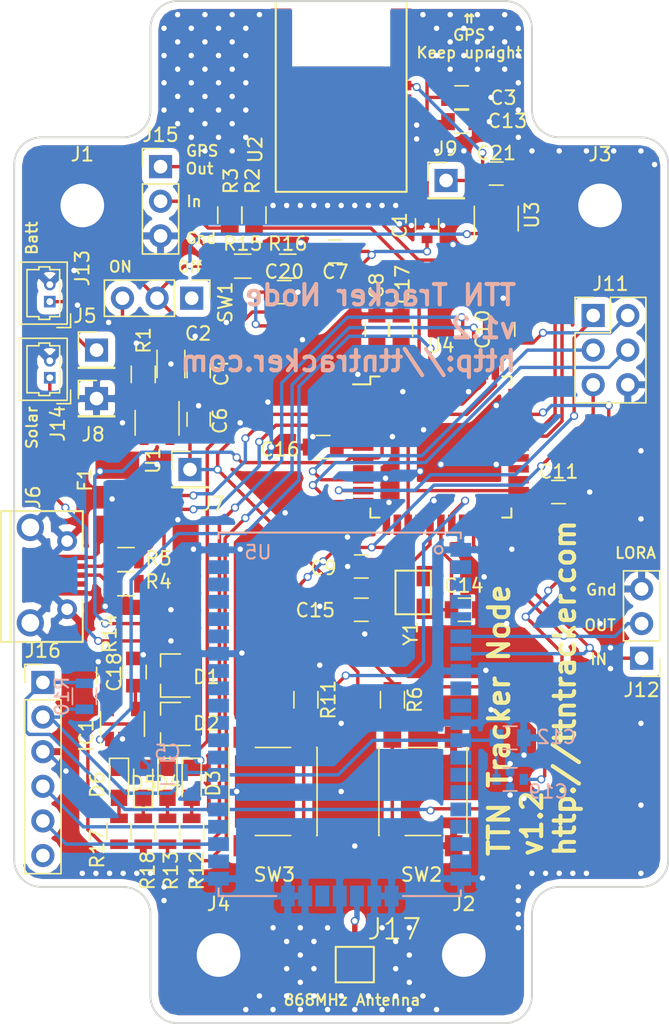
<source format=kicad_pcb>
(kicad_pcb (version 4) (host pcbnew 4.0.7-e2-6376~58~ubuntu16.04.1)
  (layers (0 F.Cu signal) (31 B.Cu signal) (34 B.Paste user) (35 F.Paste user) (36 B.SilkS user) (37 F.SilkS user) (38 B.Mask user) (39 F.Mask user) (44 Edge.Cuts user))
  (net 0 "")
  (net 1 +BATT)
  (net 2 GND)
  (net 3 +3V3)
  (net 4 "Net-(C14-Pad1)")
  (net 5 "Net-(C15-Pad1)")
  (net 6 "Net-(C16-Pad1)")
  (net 7 "Net-(C17-Pad1)")
  (net 8 /V_Charger)
  (net 9 /BAT_MEASURE)
  (net 10 /REG_ENABLE)
  (net 11 /V_Solar)
  (net 12 VBUS)
  (net 13 "Net-(D6-Pad1)")
  (net 14 /charge_status)
  (net 15 "Net-(F1-Pad2)")
  (net 16 /MISO)
  (net 17 /SCK)
  (net 18 /MOSI)
  (net 19 /RESET)
  (net 20 /UART_AT_TO_RN)
  (net 21 /UART_RN_TO_AT)
  (net 22 /UART_GPS_OUT)
  (net 23 /UART_GPS_IN)
  (net 24 "Net-(R3-Pad2)")
  (net 25 /USBD+)
  (net 26 /USBD-)
  (net 27 "Net-(U2-Pad16)")
  (net 28 /RN_RESET)
  (net 29 /BUTTON_1)
  (net 30 /V_RN)
  (net 31 /V_bak)
  (net 32 /LED_OUT_GRN)
  (net 33 /LED_OUT_RED)
  (net 34 "Net-(C1-Pad3)")
  (net 35 "Net-(D5-Pad2)")
  (net 36 "Net-(IC1-Pad5)")
  (net 37 "Net-(J6-Pad2)")
  (net 38 "Net-(J6-Pad3)")
  (net 39 "Net-(J16-Pad4)")
  (net 40 "Net-(J16-Pad5)")
  (net 41 "Net-(J17-Pad1)")
  (net 42 "Net-(R2-Pad2)")
  (net 43 "Net-(D3-Pad2)")
  (net 44 "Net-(D4-Pad2)")
  (module Diodes_SMD:D_SOT-23_ANK (layer F.Cu) (at 111.506 114.046 180)
    (fp_text reference D2 (at -2.594 0.046 180) (layer F.SilkS))
    (fp_text value "BAS K73")
    (pad 2 smd rect (at -1 -0.95 180) (size 0.9 0.8) (layers F.Cu F.Paste F.Mask) (net 12 VBUS))
    (pad "" smd rect (at -1 0.95 180) (size 0.9 0.8) (layers F.Cu F.Paste F.Mask))
    (pad 1 smd rect (at 1 0 180) (size 0.9 0.8) (layers F.Cu F.Paste F.Mask) (net 8 /V_Charger))
  )
  (module Diodes_SMD:D_SOT-23_ANK (layer F.Cu) (at 111.506 110.49 180)
    (fp_text reference D1 (at -2.594 -0.11 180) (layer F.SilkS))
    (fp_text value "BAS K73")
    (pad 2 smd rect (at -1 -0.95 180) (size 0.9 0.8) (layers F.Cu F.Paste F.Mask) (net 11 /V_Solar))
    (pad "" smd rect (at -1 0.95 180) (size 0.9 0.8) (layers F.Cu F.Paste F.Mask))
    (pad 1 smd rect (at 1 0 180) (size 0.9 0.8) (layers F.Cu F.Paste F.Mask) (net 8 /V_Charger))
  )
  (module Connectors_Molex:Molex_PicoBlade_53047-0210_02x1.25mm_Straight (layer F.Cu) (at 102.616 88.646 90)
    (fp_text reference J14 (at -3.354 0.584 90) (layer F.SilkS))
    (fp_text value SOLAR)
    (pad 1 thru_hole rect (at 0 0 90) (size 0.85 0.85) (drill 0.5) (layers *.Cu *.Mask) (net 11 /V_Solar))
    (pad 2 thru_hole circle (at 1.25 0 90) (size 0.85 0.85) (drill 0.5) (layers *.Cu *.Mask) (net 2 GND))
  )
  (module Connectors_Molex:Molex_PicoBlade_53047-0210_02x1.25mm_Straight (layer F.Cu) (at 102.616 83.058 90)
    (fp_text reference J13 (at 2.458 2.384 90) (layer F.SilkS))
    (fp_text value LIPO_BAT)
    (pad 1 thru_hole rect (at 0 0 90) (size 0.85 0.85) (drill 0.5) (layers *.Cu *.Mask) (net 1 +BATT))
    (pad 2 thru_hole circle (at 1.25 0 90) (size 0.85 0.85) (drill 0.5) (layers *.Cu *.Mask) (net 2 GND))
  )
  (module Capacitors_SMD:C_0805 (layer F.Cu) (at 135.382 73.66)
    (fp_text reference C21 (at 0 -1.5) (layer F.SilkS))
    (fp_text value 100nF)
    (pad 1 smd rect (at -1 0) (size 1 1.25) (layers F.Cu F.Paste F.Mask) (net 31 /V_bak))
    (pad 2 smd rect (at 1 0) (size 1 1.25) (layers F.Cu F.Paste F.Mask) (net 2 GND))
  )
  (module Resistors_SMD:R_0805 (layer F.Cu) (at 107.696 121.92 90)
    (fp_text reference R17 (at -1.28 -1.596 90) (layer F.SilkS))
    (fp_text value 470)
    (pad 1 smd rect (at -0.95 0 90) (size 0.7 1.3) (layers F.Cu F.Paste F.Mask) (net 8 /V_Charger))
    (pad 2 smd rect (at 0.95 0 90) (size 0.7 1.3) (layers F.Cu F.Paste F.Mask) (net 35 "Net-(D5-Pad2)"))
  )
  (module Capacitors_SMD:C_1206 (layer F.Cu) (at 111.506 87.63 90)
    (fp_text reference C2 (at 2.23 1.994 180) (layer F.SilkS))
    (fp_text value 10uF)
    (pad 1 smd rect (at -1.5 0 90) (size 1 1.6) (layers F.Cu F.Paste F.Mask) (net 1 +BATT))
    (pad 2 smd rect (at 1.5 0 90) (size 1 1.6) (layers F.Cu F.Paste F.Mask) (net 2 GND))
  )
  (module Capacitors_SMD:C_0805 (layer F.Cu) (at 113.538 88.138 90)
    (fp_text reference C4 (at -0.162 1.662 90) (layer F.SilkS))
    (fp_text value 100nF)
    (pad 1 smd rect (at -1 0 90) (size 1 1.25) (layers F.Cu F.Paste F.Mask) (net 1 +BATT))
    (pad 2 smd rect (at 1 0 90) (size 1 1.25) (layers F.Cu F.Paste F.Mask) (net 2 GND))
  )
  (module Capacitors_SMD:C_0805 (layer F.Cu) (at 132.842 68.072)
    (fp_text reference C3 (at 3.058 0.028) (layer F.SilkS))
    (fp_text value 4.7uF)
    (pad 1 smd rect (at -1 0) (size 1 1.25) (layers F.Cu F.Paste F.Mask) (net 34 "Net-(C1-Pad3)"))
    (pad 2 smd rect (at 1 0) (size 1 1.25) (layers F.Cu F.Paste F.Mask) (net 2 GND))
  )
  (module Capacitors_SMD:C_0805 (layer B.Cu) (at 111.252 117.602 180)
    (fp_text reference C5 (at 0 1.5 180) (layer B.SilkS) (effects (justify mirror)))
    (fp_text value 4.7uF)
    (pad 1 smd rect (at -1 0 180) (size 1 1.25) (layers B.Cu B.Paste B.Mask) (net 30 /V_RN))
    (pad 2 smd rect (at 1 0 180) (size 1 1.25) (layers B.Cu B.Paste B.Mask) (net 2 GND))
  )
  (module Capacitors_SMD:C_0805 (layer F.Cu) (at 113.538 91.694 90)
    (fp_text reference C6 (at -0.106 1.562 90) (layer F.SilkS))
    (fp_text value 4.7uF)
    (pad 1 smd rect (at -1 0 90) (size 1 1.25) (layers F.Cu F.Paste F.Mask) (net 3 +3V3))
    (pad 2 smd rect (at 1 0 90) (size 1 1.25) (layers F.Cu F.Paste F.Mask) (net 2 GND))
  )
  (module Capacitors_SMD:C_0805 (layer F.Cu) (at 123.571 79.375 180)
    (fp_text reference C7 (at 0 -1.5 180) (layer F.SilkS))
    (fp_text value 100nF)
    (pad 1 smd rect (at -1 0 180) (size 1 1.25) (layers F.Cu F.Paste F.Mask) (net 3 +3V3))
    (pad 2 smd rect (at 1 0 180) (size 1 1.25) (layers F.Cu F.Paste F.Mask) (net 2 GND))
  )
  (module Capacitors_SMD:C_0805 (layer F.Cu) (at 126.619 85.09 90)
    (fp_text reference C8 (at 3.19 -0.019 90) (layer F.SilkS))
    (fp_text value 100nF)
    (pad 1 smd rect (at -1 0 90) (size 1 1.25) (layers F.Cu F.Paste F.Mask) (net 3 +3V3))
    (pad 2 smd rect (at 1 0 90) (size 1 1.25) (layers F.Cu F.Paste F.Mask) (net 2 GND))
  )
  (module Capacitors_SMD:C_0805 (layer F.Cu) (at 125.476 102.489 180)
    (fp_text reference C9 (at 2.776 -0.111 180) (layer F.SilkS))
    (fp_text value 100nF)
    (pad 1 smd rect (at -1 0 180) (size 1 1.25) (layers F.Cu F.Paste F.Mask) (net 3 +3V3))
    (pad 2 smd rect (at 1 0 180) (size 1 1.25) (layers F.Cu F.Paste F.Mask) (net 2 GND))
  )
  (module Capacitors_SMD:C_0805 (layer F.Cu) (at 135.89 85.09 90)
    (fp_text reference C10 (at 0 -1.5 90) (layer F.SilkS))
    (fp_text value 100nF)
    (pad 1 smd rect (at -1 0 90) (size 1 1.25) (layers F.Cu F.Paste F.Mask) (net 3 +3V3))
    (pad 2 smd rect (at 1 0 90) (size 1 1.25) (layers F.Cu F.Paste F.Mask) (net 2 GND))
  )
  (module Capacitors_SMD:C_0805 (layer F.Cu) (at 139.954 97.028)
    (fp_text reference C11 (at 0 -1.5) (layer F.SilkS))
    (fp_text value 100nF)
    (pad 1 smd rect (at -1 0) (size 1 1.25) (layers F.Cu F.Paste F.Mask) (net 3 +3V3))
    (pad 2 smd rect (at 1 0) (size 1 1.25) (layers F.Cu F.Paste F.Mask) (net 2 GND))
  )
  (module Capacitors_SMD:C_0805 (layer B.Cu) (at 136.398 115.062)
    (fp_text reference C12 (at 3.402 -0.062) (layer B.SilkS) (effects (justify mirror)))
    (fp_text value 100nF)
    (pad 1 smd rect (at -1 0) (size 1 1.25) (layers B.Cu B.Paste B.Mask) (net 30 /V_RN))
    (pad 2 smd rect (at 1 0) (size 1 1.25) (layers B.Cu B.Paste B.Mask) (net 2 GND))
  )
  (module Capacitors_SMD:C_0805 (layer F.Cu) (at 132.842 69.85)
    (fp_text reference C13 (at 3.358 -0.05) (layer F.SilkS))
    (fp_text value 100nF)
    (pad 1 smd rect (at -1 0) (size 1 1.25) (layers F.Cu F.Paste F.Mask) (net 34 "Net-(C1-Pad3)"))
    (pad 2 smd rect (at 1 0) (size 1 1.25) (layers F.Cu F.Paste F.Mask) (net 2 GND))
  )
  (module Capacitors_SMD:C_0805 (layer F.Cu) (at 133.096 105.664)
    (fp_text reference C14 (at -0.096 -1.764) (layer F.SilkS))
    (fp_text value 22pF)
    (pad 1 smd rect (at -1 0) (size 1 1.25) (layers F.Cu F.Paste F.Mask) (net 4 "Net-(C14-Pad1)"))
    (pad 2 smd rect (at 1 0) (size 1 1.25) (layers F.Cu F.Paste F.Mask) (net 2 GND))
  )
  (module Capacitors_SMD:C_0805 (layer F.Cu) (at 125.476 105.664 180)
    (fp_text reference C15 (at 3.376 -0.036 180) (layer F.SilkS))
    (fp_text value 22pF)
    (pad 1 smd rect (at -1 0 180) (size 1 1.25) (layers F.Cu F.Paste F.Mask) (net 5 "Net-(C15-Pad1)"))
    (pad 2 smd rect (at 1 0 180) (size 1 1.25) (layers F.Cu F.Paste F.Mask) (net 2 GND))
  )
  (module Capacitors_SMD:C_0805 (layer F.Cu) (at 122.682 93.726 180)
    (fp_text reference C16 (at 3.182 -0.174 180) (layer F.SilkS))
    (fp_text value 1uF)
    (pad 1 smd rect (at -1 0 180) (size 1 1.25) (layers F.Cu F.Paste F.Mask) (net 6 "Net-(C16-Pad1)"))
    (pad 2 smd rect (at 1 0 180) (size 1 1.25) (layers F.Cu F.Paste F.Mask) (net 2 GND))
  )
  (module Capacitors_SMD:C_0805 (layer F.Cu) (at 128.397 85.09 90)
    (fp_text reference C17 (at 3.29 0.103 90) (layer F.SilkS))
    (fp_text value 100nF)
    (pad 1 smd rect (at -1 0 90) (size 1 1.25) (layers F.Cu F.Paste F.Mask) (net 7 "Net-(C17-Pad1)"))
    (pad 2 smd rect (at 1 0 90) (size 1 1.25) (layers F.Cu F.Paste F.Mask) (net 2 GND))
  )
  (module Capacitors_SMD:C_0805 (layer F.Cu) (at 108.839 110.236 90)
    (fp_text reference C18 (at 0 -1.5 90) (layer F.SilkS))
    (fp_text value 10uF)
    (pad 1 smd rect (at -1 0 90) (size 1 1.25) (layers F.Cu F.Paste F.Mask) (net 8 /V_Charger))
    (pad 2 smd rect (at 1 0 90) (size 1 1.25) (layers F.Cu F.Paste F.Mask) (net 2 GND))
  )
  (module Capacitors_SMD:C_0805 (layer F.Cu) (at 119.8245 82.3595)
    (fp_text reference C20 (at 0 -1.5) (layer F.SilkS))
    (fp_text value 100nF)
    (pad 1 smd rect (at -1 0) (size 1 1.25) (layers F.Cu F.Paste F.Mask) (net 9 /BAT_MEASURE))
    (pad 2 smd rect (at 1 0) (size 1 1.25) (layers F.Cu F.Paste F.Mask) (net 2 GND))
  )
  (module LEDs:LED_0805 (layer F.Cu) (at 113.03 118.364 270)
    (fp_text reference D3 (at 0.036 -1.57 270) (layer F.SilkS))
    (fp_text value LED_Small_ALT)
    (pad 2 smd rect (at 1.1 0 90) (size 1.2 1.2) (layers F.Cu F.Paste F.Mask) (net 43 "Net-(D3-Pad2)"))
    (pad 1 smd rect (at -1.1 0 90) (size 1.2 1.2) (layers F.Cu F.Paste F.Mask) (net 2 GND))
  )
  (module LEDs:LED_0805 (layer F.Cu) (at 107.696 118.364 270)
    (fp_text reference D5 (at 0.036 -1.804 360) (layer F.SilkS))
    (fp_text value LED)
    (pad 2 smd rect (at 1.1 0 90) (size 1.2 1.2) (layers F.Cu F.Paste F.Mask) (net 35 "Net-(D5-Pad2)"))
    (pad 1 smd rect (at -1.1 0 90) (size 1.2 1.2) (layers F.Cu F.Paste F.Mask) (net 14 /charge_status))
  )
  (module LEDs:LED_0805 (layer F.Cu) (at 109.474 118.364 90)
    (fp_text reference D6 (at -0.136 -3.374 90) (layer F.SilkS))
    (fp_text value LED)
    (pad 2 smd rect (at 1.1 0 270) (size 1.2 1.2) (layers F.Cu F.Paste F.Mask) (net 14 /charge_status))
    (pad 1 smd rect (at -1.1 0 270) (size 1.2 1.2) (layers F.Cu F.Paste F.Mask) (net 13 "Net-(D6-Pad1)"))
  )
  (module "gps_node_components:bourns polyfuse" (layer F.Cu) (at 107.569 97.409 270)
    (fp_text reference F1 (at -1.309 2.369 270) (layer F.SilkS))
    (fp_text value Polyfuse)
    (pad 1 smd rect (at -2.35 0 270) (size 2 3.2) (layers F.Cu F.Paste F.Mask) (net 12 VBUS))
    (pad 2 smd rect (at 2.35 0 270) (size 2 3.2) (layers F.Cu F.Paste F.Mask) (net 15 "Net-(F1-Pad2)"))
  )
  (module TO_SOT_Packages_SMD:SOT-23-5 (layer F.Cu) (at 107.95 114.046 90)
    (fp_text reference IC1 (at -0.854 -2.65 90) (layer F.SilkS))
    (fp_text value MCP73831/2)
    (pad 1 smd rect (at -1.1 -0.95 90) (size 1.06 0.65) (layers F.Cu F.Paste F.Mask) (net 14 /charge_status))
    (pad 2 smd rect (at -1.1 0 90) (size 1.06 0.65) (layers F.Cu F.Paste F.Mask) (net 2 GND))
    (pad 3 smd rect (at -1.1 0.95 90) (size 1.06 0.65) (layers F.Cu F.Paste F.Mask) (net 1 +BATT))
    (pad 4 smd rect (at 1.1 0.95 90) (size 1.06 0.65) (layers F.Cu F.Paste F.Mask) (net 8 /V_Charger))
    (pad 5 smd rect (at 1.1 -0.95 90) (size 1.06 0.65) (layers F.Cu F.Paste F.Mask) (net 36 "Net-(IC1-Pad5)"))
  )
  (module gps_node_components:Molex_Microusb (layer F.Cu) (at 103.886 103.124 270)
    (fp_text reference J6 (at -5.724 2.486 270) (layer F.SilkS))
    (fp_text value USB_OTG)
    (pad 1 smd rect (at -1.3 -0.325 270) (size 0.4 2) (layers F.Cu F.Paste F.Mask) (net 15 "Net-(F1-Pad2)"))
    (pad 2 smd rect (at -0.65 -0.325 270) (size 0.4 2) (layers F.Cu F.Paste F.Mask) (net 37 "Net-(J6-Pad2)"))
    (pad 3 smd rect (at 0 -0.325 270) (size 0.4 2) (layers F.Cu F.Paste F.Mask) (net 38 "Net-(J6-Pad3)"))
    (pad 4 smd rect (at 0.65 -0.325 270) (size 0.4 2) (layers F.Cu F.Paste F.Mask))
    (pad 5 smd rect (at 1.3 -0.325 270) (size 0.4 2) (layers F.Cu F.Paste F.Mask) (net 2 GND))
    (pad 6 thru_hole circle (at -2.5 0 270) (size 1.45 1.45) (drill 0.85) (layers *.Cu *.Mask) (net 2 GND))
    (pad 6 thru_hole circle (at 2.5 0 270) (size 1.45 1.45) (drill 0.85) (layers *.Cu *.Mask) (net 2 GND))
    (pad 6 thru_hole circle (at -3.5 2.7 270) (size 2 2) (drill 1.3) (layers *.Cu *.Mask) (net 2 GND))
    (pad 6 thru_hole circle (at 3.5 2.7 270) (size 2 2) (drill 1.3) (layers *.Cu *.Mask) (net 2 GND))
  )
  (module Pin_Headers:Pin_Header_Straight_2x03_Pitch2.54mm (layer F.Cu) (at 142.494 84.074)
    (fp_text reference J11 (at 1.27 -2.33) (layer F.SilkS))
    (fp_text value "AVR ICSP")
    (pad 1 thru_hole rect (at 0 0) (size 1.7 1.7) (drill 1) (layers *.Cu *.Mask) (net 16 /MISO))
    (pad 2 thru_hole oval (at 2.54 0) (size 1.7 1.7) (drill 1) (layers *.Cu *.Mask) (net 3 +3V3))
    (pad 3 thru_hole oval (at 0 2.54) (size 1.7 1.7) (drill 1) (layers *.Cu *.Mask) (net 17 /SCK))
    (pad 4 thru_hole oval (at 2.54 2.54) (size 1.7 1.7) (drill 1) (layers *.Cu *.Mask) (net 18 /MOSI))
    (pad 5 thru_hole oval (at 0 5.08) (size 1.7 1.7) (drill 1) (layers *.Cu *.Mask) (net 19 /RESET))
    (pad 6 thru_hole oval (at 2.54 5.08) (size 1.7 1.7) (drill 1) (layers *.Cu *.Mask) (net 2 GND))
  )
  (module Pin_Headers:Pin_Header_Straight_1x06_Pitch2.54mm (layer F.Cu) (at 102.108 110.998)
    (fp_text reference J16 (at 0 -2.33) (layer F.SilkS))
    (fp_text value FW_UPDATE)
    (pad 1 thru_hole rect (at 0 0) (size 1.7 1.7) (drill 1) (layers *.Cu *.Mask) (net 28 /RN_RESET))
    (pad 2 thru_hole oval (at 0 2.54) (size 1.7 1.7) (drill 1) (layers *.Cu *.Mask) (net 30 /V_RN))
    (pad 3 thru_hole oval (at 0 5.08) (size 1.7 1.7) (drill 1) (layers *.Cu *.Mask) (net 2 GND))
    (pad 4 thru_hole oval (at 0 7.62) (size 1.7 1.7) (drill 1) (layers *.Cu *.Mask) (net 39 "Net-(J16-Pad4)"))
    (pad 5 thru_hole oval (at 0 10.16) (size 1.7 1.7) (drill 1) (layers *.Cu *.Mask) (net 40 "Net-(J16-Pad5)"))
    (pad 6 thru_hole oval (at 0 12.7) (size 1.7 1.7) (drill 1) (layers *.Cu *.Mask))
  )
  (module Mounting_Holes:MountingHole_3.2mm_M3_ISO14580_Pad (layer F.Cu) (at 105 76)
    (fp_text reference J1 (at 0 -3.75) (layer F.SilkS))
    (fp_text value "Mounting Hole")
    (pad 1 thru_hole circle (at 0 0) (size 5.5 5.5) (drill 3.2) (layers *.Cu *.Mask) (net 2 GND))
  )
  (module Mounting_Holes:MountingHole_3.2mm_M3_ISO14580_Pad (layer F.Cu) (at 133 131)
    (fp_text reference J2 (at 0 -3.75) (layer F.SilkS))
    (fp_text value "Mounting Hole")
    (pad 1 thru_hole circle (at 0 0) (size 5.5 5.5) (drill 3.2) (layers *.Cu *.Mask) (net 2 GND))
  )
  (module Mounting_Holes:MountingHole_3.2mm_M3_ISO14580_Pad (layer F.Cu) (at 143 76)
    (fp_text reference J3 (at 0 -3.75) (layer F.SilkS))
    (fp_text value "Mounting Hole")
    (pad 1 thru_hole circle (at 0 0) (size 5.5 5.5) (drill 3.2) (layers *.Cu *.Mask) (net 2 GND))
  )
  (module Mounting_Holes:MountingHole_3.2mm_M3_ISO14580_Pad (layer F.Cu) (at 115 131)
    (fp_text reference J4 (at 0 -3.75) (layer F.SilkS))
    (fp_text value "Mounting Hole")
    (pad 1 thru_hole circle (at 0 0) (size 5.5 5.5) (drill 3.2) (layers *.Cu *.Mask) (net 2 GND))
  )
  (module Socket_Strips:Socket_Strip_Straight_1x01_Pitch2.54mm (layer F.Cu) (at 106.045 86.614)
    (fp_text reference J5 (at -0.845 -2.514) (layer F.SilkS))
    (fp_text value "TEST Vbatt")
    (pad 1 thru_hole rect (at 0 0) (size 1.7 1.7) (drill 1) (layers *.Cu *.Mask) (net 1 +BATT))
  )
  (module Socket_Strips:Socket_Strip_Straight_1x01_Pitch2.54mm (layer F.Cu) (at 112.903 95.377)
    (fp_text reference J7 (at 1.697 2.523) (layer F.SilkS))
    (fp_text value "Test 3.3v")
    (pad 1 thru_hole rect (at 0 0) (size 1.7 1.7) (drill 1) (layers *.Cu *.Mask) (net 3 +3V3))
  )
  (module Socket_Strips:Socket_Strip_Straight_1x01_Pitch2.54mm (layer F.Cu) (at 106.045 90.17)
    (fp_text reference J8 (at -0.245 2.63) (layer F.SilkS))
    (fp_text value "Test Gnd")
    (pad 1 thru_hole rect (at 0 0) (size 1.7 1.7) (drill 1) (layers *.Cu *.Mask) (net 2 GND))
  )
  (module Pin_Headers:Pin_Header_Straight_1x03_Pitch2.54mm (layer F.Cu) (at 146.05 109.22 180)
    (fp_text reference J12 (at 0 -2.33 180) (layer F.SilkS))
    (fp_text value "UART RF")
    (pad 1 thru_hole rect (at 0 0 180) (size 1.7 1.7) (drill 1) (layers *.Cu *.Mask) (net 20 /UART_AT_TO_RN))
    (pad 2 thru_hole oval (at 0 2.54 180) (size 1.7 1.7) (drill 1) (layers *.Cu *.Mask) (net 21 /UART_RN_TO_AT))
    (pad 3 thru_hole oval (at 0 5.08 180) (size 1.7 1.7) (drill 1) (layers *.Cu *.Mask) (net 2 GND))
  )
  (module Pin_Headers:Pin_Header_Straight_1x03_Pitch2.54mm (layer F.Cu) (at 110.744 73.152)
    (fp_text reference J15 (at 0 -2.33) (layer F.SilkS))
    (fp_text value "UART GPS")
    (pad 1 thru_hole rect (at 0 0) (size 1.7 1.7) (drill 1) (layers *.Cu *.Mask) (net 22 /UART_GPS_OUT))
    (pad 2 thru_hole oval (at 0 2.54) (size 1.7 1.7) (drill 1) (layers *.Cu *.Mask) (net 23 /UART_GPS_IN))
    (pad 3 thru_hole oval (at 0 5.08) (size 1.7 1.7) (drill 1) (layers *.Cu *.Mask) (net 2 GND))
  )
  (module Resistors_SMD:R_0805 (layer F.Cu) (at 109.474 88.392 90)
    (fp_text reference R1 (at 2.492 0.026 90) (layer F.SilkS))
    (fp_text value 10k)
    (pad 1 smd rect (at -0.95 0 90) (size 0.7 1.3) (layers F.Cu F.Paste F.Mask) (net 10 /REG_ENABLE))
    (pad 2 smd rect (at 0.95 0 90) (size 0.7 1.3) (layers F.Cu F.Paste F.Mask) (net 2 GND))
  )
  (module Resistors_SMD:R_0805 (layer F.Cu) (at 111.252 121.92 270)
    (fp_text reference R13 (at 2.88 -0.248 270) (layer F.SilkS))
    (fp_text value 470)
    (pad 1 smd rect (at -0.95 0 270) (size 0.7 1.3) (layers F.Cu F.Paste F.Mask) (net 44 "Net-(D4-Pad2)"))
    (pad 2 smd rect (at 0.95 0 270) (size 0.7 1.3) (layers F.Cu F.Paste F.Mask) (net 32 /LED_OUT_GRN))
  )
  (module Resistors_SMD:R_0805 (layer F.Cu) (at 117.602 76.708 90)
    (fp_text reference R2 (at 2.508 -0.102 90) (layer F.SilkS))
    (fp_text value 220)
    (pad 1 smd rect (at -0.95 0 90) (size 0.7 1.3) (layers F.Cu F.Paste F.Mask) (net 23 /UART_GPS_IN))
    (pad 2 smd rect (at 0.95 0 90) (size 0.7 1.3) (layers F.Cu F.Paste F.Mask) (net 42 "Net-(R2-Pad2)"))
  )
  (module Resistors_SMD:R_0805 (layer F.Cu) (at 115.824 76.708 90)
    (fp_text reference R3 (at 2.508 0.076 90) (layer F.SilkS))
    (fp_text value 220)
    (pad 1 smd rect (at -0.95 0 90) (size 0.7 1.3) (layers F.Cu F.Paste F.Mask) (net 22 /UART_GPS_OUT))
    (pad 2 smd rect (at 0.95 0 90) (size 0.7 1.3) (layers F.Cu F.Paste F.Mask) (net 24 "Net-(R3-Pad2)"))
  )
  (module Resistors_SMD:R_0805 (layer F.Cu) (at 108.204 103.759 180)
    (fp_text reference R4 (at -2.396 0.159 180) (layer F.SilkS))
    (fp_text value 22)
    (pad 1 smd rect (at -0.95 0 180) (size 0.7 1.3) (layers F.Cu F.Paste F.Mask) (net 25 /USBD+))
    (pad 2 smd rect (at 0.95 0 180) (size 0.7 1.3) (layers F.Cu F.Paste F.Mask) (net 38 "Net-(J6-Pad3)"))
  )
  (module Resistors_SMD:R_0805 (layer F.Cu) (at 108.204 101.981 180)
    (fp_text reference R5 (at -2.396 0.081 180) (layer F.SilkS))
    (fp_text value 22)
    (pad 1 smd rect (at -0.95 0 180) (size 0.7 1.3) (layers F.Cu F.Paste F.Mask) (net 26 /USBD-))
    (pad 2 smd rect (at 0.95 0 180) (size 0.7 1.3) (layers F.Cu F.Paste F.Mask) (net 37 "Net-(J6-Pad2)"))
  )
  (module Resistors_SMD:R_0805 (layer F.Cu) (at 127.762 112.268 270)
    (fp_text reference R6 (at 0 -1.65 270) (layer F.SilkS))
    (fp_text value 10k)
    (pad 1 smd rect (at -0.95 0 270) (size 0.7 1.3) (layers F.Cu F.Paste F.Mask) (net 3 +3V3))
    (pad 2 smd rect (at 0.95 0 270) (size 0.7 1.3) (layers F.Cu F.Paste F.Mask) (net 19 /RESET))
  )
  (module Resistors_SMD:R_0805 (layer F.Cu) (at 113.03 121.92 270)
    (fp_text reference R12 (at 2.88 -0.37 270) (layer F.SilkS))
    (fp_text value 470)
    (pad 1 smd rect (at -0.95 0 270) (size 0.7 1.3) (layers F.Cu F.Paste F.Mask) (net 43 "Net-(D3-Pad2)"))
    (pad 2 smd rect (at 0.95 0 270) (size 0.7 1.3) (layers F.Cu F.Paste F.Mask) (net 33 /LED_OUT_RED))
  )
  (module Resistors_SMD:R_0805 (layer F.Cu) (at 106.934 110.49 90)
    (fp_text reference R14 (at 3.09 0.066 90) (layer F.SilkS))
    (fp_text value 2k)
    (pad 1 smd rect (at -0.95 0 90) (size 0.7 1.3) (layers F.Cu F.Paste F.Mask) (net 36 "Net-(IC1-Pad5)"))
    (pad 2 smd rect (at 0.95 0 90) (size 0.7 1.3) (layers F.Cu F.Paste F.Mask) (net 2 GND))
  )
  (module Resistors_SMD:R_0805 (layer F.Cu) (at 116.7765 80.4545)
    (fp_text reference R15 (at 0 -1.65) (layer F.SilkS))
    (fp_text value 100k)
    (pad 1 smd rect (at -0.95 0) (size 0.7 1.3) (layers F.Cu F.Paste F.Mask) (net 1 +BATT))
    (pad 2 smd rect (at 0.95 0) (size 0.7 1.3) (layers F.Cu F.Paste F.Mask) (net 9 /BAT_MEASURE))
  )
  (module Resistors_SMD:R_0805 (layer F.Cu) (at 120.0785 80.4545)
    (fp_text reference R16 (at 0 -1.65) (layer F.SilkS))
    (fp_text value 100k)
    (pad 1 smd rect (at -0.95 0) (size 0.7 1.3) (layers F.Cu F.Paste F.Mask) (net 9 /BAT_MEASURE))
    (pad 2 smd rect (at 0.95 0) (size 0.7 1.3) (layers F.Cu F.Paste F.Mask) (net 2 GND))
  )
  (module Resistors_SMD:R_0805 (layer F.Cu) (at 109.474 121.92 270)
    (fp_text reference R18 (at 2.88 -0.326 270) (layer F.SilkS))
    (fp_text value 470)
    (pad 1 smd rect (at -0.95 0 270) (size 0.7 1.3) (layers F.Cu F.Paste F.Mask) (net 13 "Net-(D6-Pad1)"))
    (pad 2 smd rect (at 0.95 0 270) (size 0.7 1.3) (layers F.Cu F.Paste F.Mask) (net 2 GND))
  )
  (module Buttons_Switches_SMD:SW_SPST_PTS645 (layer F.Cu) (at 130 119 270)
    (fp_text reference SW2 (at 6.1 0.1 360) (layer F.SilkS))
    (fp_text value RESET)
    (pad 2 smd rect (at -3.98 2.25 270) (size 1.55 1.3) (layers F.Cu F.Paste F.Mask) (net 19 /RESET))
    (pad 1 smd rect (at -3.98 -2.25 270) (size 1.55 1.3) (layers F.Cu F.Paste F.Mask) (net 2 GND))
    (pad 1 smd rect (at 3.98 -2.25 270) (size 1.55 1.3) (layers F.Cu F.Paste F.Mask) (net 2 GND))
    (pad 2 smd rect (at 3.98 2.25 270) (size 1.55 1.3) (layers F.Cu F.Paste F.Mask) (net 19 /RESET))
  )
  (module TO_SOT_Packages_SMD:SOT-23-5 (layer F.Cu) (at 110.49 91.948 270)
    (fp_text reference U1 (at 2.752 0.29 270) (layer F.SilkS))
    (fp_text value TLV71333PDBV)
    (pad 1 smd rect (at -1.1 -0.95 270) (size 1.06 0.65) (layers F.Cu F.Paste F.Mask) (net 1 +BATT))
    (pad 2 smd rect (at -1.1 0 270) (size 1.06 0.65) (layers F.Cu F.Paste F.Mask) (net 2 GND))
    (pad 3 smd rect (at -1.1 0.95 270) (size 1.06 0.65) (layers F.Cu F.Paste F.Mask) (net 10 /REG_ENABLE))
    (pad 4 smd rect (at 1.1 0.95 270) (size 1.06 0.65) (layers F.Cu F.Paste F.Mask))
    (pad 5 smd rect (at 1.1 -0.95 270) (size 1.06 0.65) (layers F.Cu F.Paste F.Mask) (net 3 +3V3))
  )
  (module drawn_by_jpmeijers:ublox-cam-m8q-0 (layer F.Cu) (at 124 75 90)
    (fp_text reference U2 (at 3.1 -6.3 90) (layer F.SilkS))
    (fp_text value ublox-cam-m8q-0)
    (pad 1 smd rect (at 0.8 4.4 90) (size 0.7 1.5) (layers F.Cu F.Paste F.Mask) (net 34 "Net-(C1-Pad3)"))
    (pad 2 smd rect (at 1.8 4.4 90) (size 0.7 1.5) (layers F.Cu F.Paste F.Mask))
    (pad 3 smd rect (at 2.8 4.4 90) (size 0.7 1.5) (layers F.Cu F.Paste F.Mask))
    (pad 4 smd rect (at 3.8 4.4 90) (size 0.7 1.5) (layers F.Cu F.Paste F.Mask) (net 2 GND))
    (pad 5 smd rect (at 4.8 4.4 90) (size 0.7 1.5) (layers F.Cu F.Paste F.Mask) (net 2 GND))
    (pad 6 smd rect (at 5.8 4.4 90) (size 0.7 1.5) (layers F.Cu F.Paste F.Mask))
    (pad 7 smd rect (at 6.8 4.4 90) (size 0.7 1.5) (layers F.Cu F.Paste F.Mask))
    (pad 8 smd rect (at 7.8 4.4 90) (size 0.7 1.5) (layers F.Cu F.Paste F.Mask) (net 31 /V_bak))
    (pad 9 smd rect (at 8.8 4.4 90) (size 0.7 1.5) (layers F.Cu F.Paste F.Mask) (net 34 "Net-(C1-Pad3)"))
    (pad 10 smd rect (at 9.8 4.4 90) (size 0.7 1.5) (layers F.Cu F.Paste F.Mask) (net 2 GND))
    (pad 11 smd rect (at 10.8 4.4 90) (size 0.7 1.5) (layers F.Cu F.Paste F.Mask) (net 2 GND))
    (pad 12 smd rect (at 11.8 4.4 90) (size 0.7 1.5) (layers F.Cu F.Paste F.Mask) (net 2 GND))
    (pad 13 smd rect (at 12.95 4.4 90) (size 1 1.5) (layers F.Cu F.Paste F.Mask) (net 2 GND))
    (pad 14 smd rect (at 12.95 -4.4 90) (size 1 1.5) (layers F.Cu F.Paste F.Mask) (net 2 GND))
    (pad 15 smd rect (at 11.8 -4.4 90) (size 0.7 1.5) (layers F.Cu F.Paste F.Mask) (net 2 GND))
    (pad 16 smd rect (at 10.8 -4.4 90) (size 0.7 1.5) (layers F.Cu F.Paste F.Mask) (net 27 "Net-(U2-Pad16)"))
    (pad 17 smd rect (at 9.8 -4.4 90) (size 0.7 1.5) (layers F.Cu F.Paste F.Mask) (net 27 "Net-(U2-Pad16)"))
    (pad 18 smd rect (at 8.8 -4.4 90) (size 0.7 1.5) (layers F.Cu F.Paste F.Mask) (net 2 GND))
    (pad 19 smd rect (at 7.8 -4.4 90) (size 0.7 1.5) (layers F.Cu F.Paste F.Mask) (net 2 GND))
    (pad 20 smd rect (at 6.8 -4.4 90) (size 0.7 1.5) (layers F.Cu F.Paste F.Mask))
    (pad 21 smd rect (at 5.8 -4.4 90) (size 0.7 1.5) (layers F.Cu F.Paste F.Mask) (net 2 GND))
    (pad 22 smd rect (at 4.8 -4.4 90) (size 0.7 1.5) (layers F.Cu F.Paste F.Mask) (net 2 GND))
    (pad 23 smd rect (at 3.8 -4.4 90) (size 0.7 1.5) (layers F.Cu F.Paste F.Mask))
    (pad 24 smd rect (at 2.8 -4.4 90) (size 0.7 1.5) (layers F.Cu F.Paste F.Mask))
    (pad 25 smd rect (at 1.8 -4.4 90) (size 0.7 1.5) (layers F.Cu F.Paste F.Mask) (net 24 "Net-(R3-Pad2)"))
    (pad 26 smd rect (at 0.8 -4.4 90) (size 0.7 1.5) (layers F.Cu F.Paste F.Mask) (net 42 "Net-(R2-Pad2)"))
    (pad 27 smd rect (at 0.4 -2 180) (size 0.7 1.5) (layers F.Cu F.Paste F.Mask) (net 2 GND))
    (pad 28 smd rect (at 0.4 -1 180) (size 0.7 1.5) (layers F.Cu F.Paste F.Mask))
    (pad 29 smd rect (at 0.4 0 180) (size 0.7 1.5) (layers F.Cu F.Paste F.Mask))
    (pad 30 smd rect (at 0.4 1 180) (size 0.7 1.5) (layers F.Cu F.Paste F.Mask))
    (pad 31 smd rect (at 0.4 2 180) (size 0.7 1.5) (layers F.Cu F.Paste F.Mask) (net 2 GND))
  )
  (module Housings_QFP:TQFP-44_10x10mm_Pitch0.8mm (layer F.Cu) (at 131.318 93.726)
    (fp_text reference U4 (at 0 -7.45) (layer F.SilkS))
    (fp_text value ATMEGA32U4-AU)
    (pad 1 smd rect (at -5.7 -4) (size 1.5 0.55) (layers F.Cu F.Paste F.Mask))
    (pad 2 smd rect (at -5.7 -3.2) (size 1.5 0.55) (layers F.Cu F.Paste F.Mask) (net 12 VBUS))
    (pad 3 smd rect (at -5.7 -2.4) (size 1.5 0.55) (layers F.Cu F.Paste F.Mask) (net 26 /USBD-))
    (pad 4 smd rect (at -5.7 -1.6) (size 1.5 0.55) (layers F.Cu F.Paste F.Mask) (net 25 /USBD+))
    (pad 5 smd rect (at -5.7 -0.8) (size 1.5 0.55) (layers F.Cu F.Paste F.Mask) (net 2 GND))
    (pad 6 smd rect (at -5.7 0) (size 1.5 0.55) (layers F.Cu F.Paste F.Mask) (net 6 "Net-(C16-Pad1)"))
    (pad 7 smd rect (at -5.7 0.8) (size 1.5 0.55) (layers F.Cu F.Paste F.Mask) (net 12 VBUS))
    (pad 8 smd rect (at -5.7 1.6) (size 1.5 0.55) (layers F.Cu F.Paste F.Mask))
    (pad 9 smd rect (at -5.7 2.4) (size 1.5 0.55) (layers F.Cu F.Paste F.Mask) (net 17 /SCK))
    (pad 10 smd rect (at -5.7 3.2) (size 1.5 0.55) (layers F.Cu F.Paste F.Mask) (net 16 /MISO))
    (pad 11 smd rect (at -5.7 4) (size 1.5 0.55) (layers F.Cu F.Paste F.Mask) (net 18 /MOSI))
    (pad 12 smd rect (at -4 5.7 90) (size 1.5 0.55) (layers F.Cu F.Paste F.Mask))
    (pad 13 smd rect (at -3.2 5.7 90) (size 1.5 0.55) (layers F.Cu F.Paste F.Mask) (net 19 /RESET))
    (pad 14 smd rect (at -2.4 5.7 90) (size 1.5 0.55) (layers F.Cu F.Paste F.Mask) (net 3 +3V3))
    (pad 15 smd rect (at -1.6 5.7 90) (size 1.5 0.55) (layers F.Cu F.Paste F.Mask) (net 2 GND))
    (pad 16 smd rect (at -0.8 5.7 90) (size 1.5 0.55) (layers F.Cu F.Paste F.Mask) (net 5 "Net-(C15-Pad1)"))
    (pad 17 smd rect (at 0 5.7 90) (size 1.5 0.55) (layers F.Cu F.Paste F.Mask) (net 4 "Net-(C14-Pad1)"))
    (pad 18 smd rect (at 0.8 5.7 90) (size 1.5 0.55) (layers F.Cu F.Paste F.Mask) (net 29 /BUTTON_1))
    (pad 19 smd rect (at 1.6 5.7 90) (size 1.5 0.55) (layers F.Cu F.Paste F.Mask))
    (pad 20 smd rect (at 2.4 5.7 90) (size 1.5 0.55) (layers F.Cu F.Paste F.Mask) (net 21 /UART_RN_TO_AT))
    (pad 21 smd rect (at 3.2 5.7 90) (size 1.5 0.55) (layers F.Cu F.Paste F.Mask) (net 20 /UART_AT_TO_RN))
    (pad 22 smd rect (at 4 5.7 90) (size 1.5 0.55) (layers F.Cu F.Paste F.Mask))
    (pad 23 smd rect (at 5.7 4) (size 1.5 0.55) (layers F.Cu F.Paste F.Mask) (net 2 GND))
    (pad 24 smd rect (at 5.7 3.2) (size 1.5 0.55) (layers F.Cu F.Paste F.Mask) (net 3 +3V3))
    (pad 25 smd rect (at 5.7 2.4) (size 1.5 0.55) (layers F.Cu F.Paste F.Mask))
    (pad 26 smd rect (at 5.7 1.6) (size 1.5 0.55) (layers F.Cu F.Paste F.Mask))
    (pad 27 smd rect (at 5.7 0.8) (size 1.5 0.55) (layers F.Cu F.Paste F.Mask))
    (pad 28 smd rect (at 5.7 0) (size 1.5 0.55) (layers F.Cu F.Paste F.Mask))
    (pad 29 smd rect (at 5.7 -0.8) (size 1.5 0.55) (layers F.Cu F.Paste F.Mask) (net 22 /UART_GPS_OUT))
    (pad 30 smd rect (at 5.7 -1.6) (size 1.5 0.55) (layers F.Cu F.Paste F.Mask) (net 23 /UART_GPS_IN))
    (pad 31 smd rect (at 5.7 -2.4) (size 1.5 0.55) (layers F.Cu F.Paste F.Mask) (net 28 /RN_RESET))
    (pad 32 smd rect (at 5.7 -3.2) (size 1.5 0.55) (layers F.Cu F.Paste F.Mask))
    (pad 33 smd rect (at 5.7 -4) (size 1.5 0.55) (layers F.Cu F.Paste F.Mask))
    (pad 34 smd rect (at 4 -5.7 90) (size 1.5 0.55) (layers F.Cu F.Paste F.Mask) (net 3 +3V3))
    (pad 35 smd rect (at 3.2 -5.7 90) (size 1.5 0.55) (layers F.Cu F.Paste F.Mask) (net 2 GND))
    (pad 36 smd rect (at 2.4 -5.7 90) (size 1.5 0.55) (layers F.Cu F.Paste F.Mask) (net 32 /LED_OUT_GRN))
    (pad 37 smd rect (at 1.6 -5.7 90) (size 1.5 0.55) (layers F.Cu F.Paste F.Mask) (net 33 /LED_OUT_RED))
    (pad 38 smd rect (at 0.8 -5.7 90) (size 1.5 0.55) (layers F.Cu F.Paste F.Mask))
    (pad 39 smd rect (at 0 -5.7 90) (size 1.5 0.55) (layers F.Cu F.Paste F.Mask))
    (pad 40 smd rect (at -0.8 -5.7 90) (size 1.5 0.55) (layers F.Cu F.Paste F.Mask) (net 14 /charge_status))
    (pad 41 smd rect (at -1.6 -5.7 90) (size 1.5 0.55) (layers F.Cu F.Paste F.Mask) (net 9 /BAT_MEASURE))
    (pad 42 smd rect (at -2.4 -5.7 90) (size 1.5 0.55) (layers F.Cu F.Paste F.Mask) (net 7 "Net-(C17-Pad1)"))
    (pad 43 smd rect (at -3.2 -5.7 90) (size 1.5 0.55) (layers F.Cu F.Paste F.Mask) (net 2 GND))
    (pad 44 smd rect (at -4 -5.7 90) (size 1.5 0.55) (layers F.Cu F.Paste F.Mask) (net 3 +3V3))
  )
  (module drawn_by_jpmeijers:RN2483 (layer B.Cu) (at 115 100)
    (fp_text reference U5 (at 2.8956 1.4478) (layer B.SilkS) (effects (justify mirror)))
    (fp_text value RN2483 hide)
    (pad 47 smd rect (at 0 1.27) (size 1.524 1.016) (layers B.Cu B.Paste B.Mask) (net 2 GND))
    (pad 46 smd rect (at 0 2.54) (size 1.524 1.016) (layers B.Cu B.Paste B.Mask))
    (pad 45 smd rect (at 0 3.81) (size 1.524 1.016) (layers B.Cu B.Paste B.Mask))
    (pad 44 smd rect (at 0 5.08) (size 1.524 1.016) (layers B.Cu B.Paste B.Mask))
    (pad 43 smd rect (at 0 6.35) (size 1.524 1.016) (layers B.Cu B.Paste B.Mask))
    (pad 42 smd rect (at 0 7.62) (size 1.524 1.016) (layers B.Cu B.Paste B.Mask))
    (pad 41 smd rect (at 0 8.89) (size 1.524 1.016) (layers B.Cu B.Paste B.Mask) (net 2 GND))
    (pad 40 smd rect (at 0 10.16) (size 1.524 1.016) (layers B.Cu B.Paste B.Mask))
    (pad 39 smd rect (at 0 11.43) (size 1.524 1.016) (layers B.Cu B.Paste B.Mask))
    (pad 38 smd rect (at 0 12.7) (size 1.524 1.016) (layers B.Cu B.Paste B.Mask))
    (pad 37 smd rect (at 0 13.97) (size 1.524 1.016) (layers B.Cu B.Paste B.Mask))
    (pad 36 smd rect (at 0 15.24) (size 1.524 1.016) (layers B.Cu B.Paste B.Mask))
    (pad 35 smd rect (at 0 16.51) (size 1.524 1.016) (layers B.Cu B.Paste B.Mask))
    (pad 34 smd rect (at 0 17.78) (size 1.524 1.016) (layers B.Cu B.Paste B.Mask) (net 30 /V_RN))
    (pad 33 smd rect (at 0 19.05) (size 1.524 1.016) (layers B.Cu B.Paste B.Mask) (net 2 GND))
    (pad 32 smd rect (at 0 20.32) (size 1.524 1.016) (layers B.Cu B.Paste B.Mask) (net 28 /RN_RESET))
    (pad 31 smd rect (at 0 21.59) (size 1.524 1.016) (layers B.Cu B.Paste B.Mask) (net 39 "Net-(J16-Pad4)"))
    (pad 30 smd rect (at 0 22.86) (size 1.524 1.016) (layers B.Cu B.Paste B.Mask) (net 40 "Net-(J16-Pad5)"))
    (pad 29 smd rect (at 0 24.13) (size 1.524 1.016) (layers B.Cu B.Paste B.Mask))
    (pad 28 smd rect (at 0 25.4) (size 1.524 1.016) (layers B.Cu B.Paste B.Mask) (net 2 GND))
    (pad 20 smd rect (at 17.78 25.4) (size 1.524 1.016) (layers B.Cu B.Paste B.Mask) (net 2 GND))
    (pad 27 smd rect (at 5.08 26.67) (size 1.016 1.524) (layers B.Cu B.Paste B.Mask) (net 2 GND))
    (pad 26 smd rect (at 6.35 26.67) (size 1.016 1.524) (layers B.Cu B.Paste B.Mask) (net 2 GND))
    (pad 25 smd rect (at 7.62 26.67) (size 1.016 1.524) (layers B.Cu B.Paste B.Mask))
    (pad 24 smd rect (at 8.89 26.67) (size 1.016 1.524) (layers B.Cu B.Paste B.Mask) (net 2 GND))
    (pad 23 smd rect (at 10.16 26.67) (size 1.016 1.524) (layers B.Cu B.Paste B.Mask) (net 41 "Net-(J17-Pad1)"))
    (pad 22 smd rect (at 11.43 26.67) (size 1.016 1.524) (layers B.Cu B.Paste B.Mask) (net 2 GND))
    (pad 21 smd rect (at 12.7 26.67) (size 1.016 1.524) (layers B.Cu B.Paste B.Mask) (net 2 GND))
    (pad 19 smd rect (at 17.78 24.13) (size 1.524 1.016) (layers B.Cu B.Paste B.Mask))
    (pad 18 smd rect (at 17.78 22.86) (size 1.524 1.016) (layers B.Cu B.Paste B.Mask))
    (pad 17 smd rect (at 17.78 21.59) (size 1.524 1.016) (layers B.Cu B.Paste B.Mask))
    (pad 16 smd rect (at 17.78 20.32) (size 1.524 1.016) (layers B.Cu B.Paste B.Mask))
    (pad 15 smd rect (at 17.78 19.05) (size 1.524 1.016) (layers B.Cu B.Paste B.Mask))
    (pad 14 smd rect (at 17.78 17.78) (size 1.524 1.016) (layers B.Cu B.Paste B.Mask))
    (pad 13 smd rect (at 17.78 16.51) (size 1.524 1.016) (layers B.Cu B.Paste B.Mask))
    (pad 12 smd rect (at 17.78 15.24) (size 1.524 1.016) (layers B.Cu B.Paste B.Mask) (net 30 /V_RN))
    (pad 11 smd rect (at 17.78 13.97) (size 1.524 1.016) (layers B.Cu B.Paste B.Mask) (net 2 GND))
    (pad 10 smd rect (at 17.78 12.7) (size 1.524 1.016) (layers B.Cu B.Paste B.Mask))
    (pad 9 smd rect (at 17.78 11.43) (size 1.524 1.016) (layers B.Cu B.Paste B.Mask))
    (pad 8 smd rect (at 17.78 10.16) (size 1.524 1.016) (layers B.Cu B.Paste B.Mask) (net 2 GND))
    (pad 7 smd rect (at 17.78 8.89) (size 1.524 1.016) (layers B.Cu B.Paste B.Mask) (net 20 /UART_AT_TO_RN))
    (pad 6 smd rect (at 17.78 7.62) (size 1.524 1.016) (layers B.Cu B.Paste B.Mask) (net 21 /UART_RN_TO_AT))
    (pad 5 smd rect (at 17.78 6.35) (size 1.524 1.016) (layers B.Cu B.Paste B.Mask))
    (pad 4 smd rect (at 17.78 5.08) (size 1.524 1.016) (layers B.Cu B.Paste B.Mask))
    (pad 3 smd rect (at 17.78 3.81) (size 1.524 1.016) (layers B.Cu B.Paste B.Mask))
    (pad 2 smd rect (at 17.78 2.54) (size 1.524 1.016) (layers B.Cu B.Paste B.Mask))
    (pad 1 smd rect (at 17.78 1.27) (size 1.524 1.016) (layers B.Cu B.Paste B.Mask) (net 2 GND))
  )
  (module gps_node_components:QC3CA_16MHz (layer F.Cu) (at 129.286 104.394 90)
    (fp_text reference Y1 (at -3.006 -0.186 90) (layer F.SilkS))
    (fp_text value 16MHz)
    (pad 1 smd rect (at -1.2 0.95 90) (size 1.5 1.4) (layers F.Cu F.Paste F.Mask) (net 4 "Net-(C14-Pad1)"))
    (pad 2 smd rect (at 1.2 -0.95 90) (size 1.5 1.4) (layers F.Cu F.Paste F.Mask) (net 5 "Net-(C15-Pad1)"))
    (pad "" smd rect (at 1.2 0.95 90) (size 1.5 1.4) (layers F.Cu F.Paste F.Mask))
    (pad "" smd rect (at -1.2 -0.95 90) (size 1.5 1.4) (layers F.Cu F.Paste F.Mask))
  )
  (module Resistors_SMD:R_0805 (layer B.Cu) (at 105.156 112.014 270)
    (fp_text reference R10 (at 0 1.65 270) (layer B.SilkS) (effects (justify mirror)))
    (fp_text value 10k)
    (pad 1 smd rect (at -0.95 0 270) (size 0.7 1.3) (layers B.Cu B.Paste B.Mask) (net 28 /RN_RESET))
    (pad 2 smd rect (at 0.95 0 270) (size 0.7 1.3) (layers B.Cu B.Paste B.Mask) (net 30 /V_RN))
  )
  (module Resistors_SMD:R_0805 (layer F.Cu) (at 121.412 112.268 270)
    (fp_text reference R11 (at 0 -1.65 270) (layer F.SilkS))
    (fp_text value 10k)
    (pad 1 smd rect (at -0.95 0 270) (size 0.7 1.3) (layers F.Cu F.Paste F.Mask) (net 3 +3V3))
    (pad 2 smd rect (at 0.95 0 270) (size 0.7 1.3) (layers F.Cu F.Paste F.Mask) (net 29 /BUTTON_1))
  )
  (module Buttons_Switches_SMD:SW_SPST_PTS645 (layer F.Cu) (at 119 119 90)
    (fp_text reference SW3 (at -6.1 0.1 180) (layer F.SilkS))
    (fp_text value MODE)
    (pad 2 smd rect (at -3.98 2.25 90) (size 1.55 1.3) (layers F.Cu F.Paste F.Mask) (net 29 /BUTTON_1))
    (pad 1 smd rect (at -3.98 -2.25 90) (size 1.55 1.3) (layers F.Cu F.Paste F.Mask) (net 2 GND))
    (pad 1 smd rect (at 3.98 -2.25 90) (size 1.55 1.3) (layers F.Cu F.Paste F.Mask) (net 2 GND))
    (pad 2 smd rect (at 3.98 2.25 90) (size 1.55 1.3) (layers F.Cu F.Paste F.Mask) (net 29 /BUTTON_1))
  )
  (module LEDs:LED_0805 (layer F.Cu) (at 111.252 118.364 270)
    (fp_text reference D4 (at 0.036 -0.048 360) (layer F.SilkS))
    (fp_text value LED_Small_ALT)
    (pad 2 smd rect (at 1.1 0 90) (size 1.2 1.2) (layers F.Cu F.Paste F.Mask) (net 44 "Net-(D4-Pad2)"))
    (pad 1 smd rect (at -1.1 0 90) (size 1.2 1.2) (layers F.Cu F.Paste F.Mask) (net 2 GND))
  )
  (module gps_node_components:CONN-RF-UFL (layer F.Cu) (at 127 132 180)
    (fp_text reference J17 (at -0.9 2.9 180) (layer F.SilkS) (effects (font (size 1.5 1.5))))
    (fp_text value "u.FL connector" hide)
    (pad 2 smd rect (at 0.55 0 180) (size 1.1 2.2) (layers F.Cu F.Paste F.Mask) (net 2 GND))
    (pad 2 smd rect (at 3.45 0 180) (size 1.1 2.2) (layers F.Cu F.Paste F.Mask) (net 2 GND))
    (pad 1 smd rect (at 2 1.75 180) (size 1.2 1.5) (layers F.Cu F.Paste F.Mask) (net 41 "Net-(J17-Pad1)"))
  )
  (module Socket_Strips:Socket_Strip_Straight_1x01_Pitch2.54mm (layer F.Cu) (at 131.699 74.168)
    (fp_text reference J9 (at 0 -2.33) (layer F.SilkS))
    (fp_text value "Test V_bak")
    (pad 1 thru_hole rect (at 0 0) (size 1.7 1.7) (drill 1) (layers *.Cu *.Mask) (net 31 /V_bak))
  )
  (module Pin_Headers:Pin_Header_Straight_1x03_Pitch2.54mm (layer F.Cu) (at 113.03 82.804 270)
    (fp_text reference SW1 (at 0.296 -2.47 270) (layer F.SilkS))
    (fp_text value "RS stock no. 448-0747")
    (pad 1 thru_hole rect (at 0 0 270) (size 1.7 1.7) (drill 1) (layers *.Cu *.Mask))
    (pad 2 thru_hole oval (at 0 2.54 270) (size 1.7 1.7) (drill 1) (layers *.Cu *.Mask) (net 1 +BATT))
    (pad 3 thru_hole oval (at 0 5.08 270) (size 1.7 1.7) (drill 1) (layers *.Cu *.Mask) (net 10 /REG_ENABLE))
  )
  (module TO_SOT_Packages_SMD:SOT-23-5 (layer F.Cu) (at 135.382 76.962 90)
    (fp_text reference U3 (at 0.262 2.618 90) (layer F.SilkS))
    (fp_text value TLV71333PDBV)
    (pad 1 smd rect (at -1.1 -0.95 90) (size 1.06 0.65) (layers F.Cu F.Paste F.Mask) (net 1 +BATT))
    (pad 2 smd rect (at -1.1 0 90) (size 1.06 0.65) (layers F.Cu F.Paste F.Mask) (net 2 GND))
    (pad 3 smd rect (at -1.1 0.95 90) (size 1.06 0.65) (layers F.Cu F.Paste F.Mask) (net 1 +BATT))
    (pad 4 smd rect (at 1.1 0.95 90) (size 1.06 0.65) (layers F.Cu F.Paste F.Mask))
    (pad 5 smd rect (at 1.1 -0.95 90) (size 1.06 0.65) (layers F.Cu F.Paste F.Mask) (net 31 /V_bak))
  )
  (module gps_node_components:C_FEEDTHROUGH_0805 (layer B.Cu) (at 136.398 118.11 180)
    (fp_text reference C19 (at -2.802 -0.89 180) (layer B.SilkS) (effects (justify mirror)))
    (fp_text value NFM21HC105R1C3D)
    (pad 2 thru_hole circle (at 0 -1.15 180) (size 0.4 0.4) (drill 0.4) (layers *.Cu) (net 2 GND))
    (pad 2 thru_hole circle (at 0 1.15 180) (size 0.4 0.4) (drill 0.4) (layers *.Cu) (net 2 GND))
    (pad 2 smd rect (at 0 0.625 180) (size 0.6 0.65) (layers B.Cu B.Paste B.Mask) (net 2 GND))
    (pad 1 smd rect (at -1 0 180) (size 0.6 0.8) (layers B.Cu B.Paste B.Mask) (net 3 +3V3))
    (pad 3 smd rect (at 1 0 180) (size 0.6 0.8) (layers B.Cu B.Paste B.Mask) (net 30 /V_RN))
    (pad 2 smd rect (at 0 -0.625 180) (size 0.6 0.65) (layers B.Cu B.Paste B.Mask) (net 2 GND))
    (pad 2 thru_hole circle (at 0 0 180) (size 0.4 0.4) (drill 0.4) (layers *.Cu) (net 2 GND))
  )
  (module gps_node_components:C_FEEDTHROUGH_0805 (layer F.Cu) (at 130.302 77.47 90)
    (fp_text reference C1 (at 0 -2 90) (layer F.SilkS))
    (fp_text value NFM21HC105R1C3D)
    (pad 2 thru_hole circle (at 0 1.15 90) (size 0.4 0.4) (drill 0.4) (layers *.Cu) (net 2 GND))
    (pad 2 thru_hole circle (at 0 -1.15 90) (size 0.4 0.4) (drill 0.4) (layers *.Cu) (net 2 GND))
    (pad 2 smd rect (at 0 -0.625 90) (size 0.6 0.65) (layers F.Cu F.Paste F.Mask) (net 2 GND))
    (pad 1 smd rect (at -1 0 90) (size 0.6 0.8) (layers F.Cu F.Paste F.Mask) (net 3 +3V3))
    (pad 3 smd rect (at 1 0 90) (size 0.6 0.8) (layers F.Cu F.Paste F.Mask) (net 34 "Net-(C1-Pad3)"))
    (pad 2 smd rect (at 0 0.625 90) (size 0.6 0.65) (layers F.Cu F.Paste F.Mask) (net 2 GND))
    (pad 2 thru_hole circle (at 0 0 90) (size 0.4 0.4) (drill 0.4) (layers *.Cu) (net 2 GND))
  )
  (gr_text "TTN Tracker Node \nv1.2\nhttp://ttntracker.com" (at 138 123.9 90) (layer F.SilkS) (effects (font (size 1.5 1.5) (thickness 0.3)) (justify left)))
  (gr_text "⇈\nGPS\nKeep upright" (at 133.4 63.5) (layer F.SilkS) (effects (font (size 0.8 0.8))))
  (gr_text "868MHz Antenna" (at 124.8 134.3) (layer F.SilkS) (effects (font (size 0.8 0.8))))
  (gr_text Solar (at 101.3 92.3 90) (layer F.SilkS) (effects (font (size 0.8 0.8))))
  (gr_text Batt (at 101.3 78.4 90) (layer F.SilkS) (effects (font (size 0.8 0.8))))
  (gr_text Off (at 112.9 80.5) (layer F.SilkS) (effects (font (size 0.8 0.8))))
  (gr_text ON (at 107.8 80.5) (layer F.SilkS) (effects (font (size 0.8 0.8))))
  (gr_text "TTN Tracker Node \nv1.2\nhttp://ttntracker.com" (at 137 85) (layer B.SilkS) (effects (font (size 1.5 1.5) (thickness 0.3)) (justify left mirror)))
  (gr_text LORA (at 145.6 101.5) (layer F.SilkS) (effects (font (size 0.8 0.8))))
  (gr_text GPS (at 113.8 72) (layer F.SilkS) (effects (font (size 0.8 0.8))))
  (gr_text Out (at 113.6 73.3) (layer F.SilkS) (effects (font (size 0.8 0.8))))
  (gr_text In (at 113.2 75.7) (layer F.SilkS) (effects (font (size 0.8 0.8))))
  (gr_text IN (at 142.9 109.3) (layer F.SilkS) (effects (font (size 0.8 0.8))))
  (gr_text OUT (at 143 106.8) (layer F.SilkS) (effects (font (size 0.8 0.8))))
  (gr_text Gnd (at 143.1 104.2) (layer F.SilkS) (effects (font (size 0.8 0.8))))
  (gr_text Gnd (at 113.7 78.4) (layer F.SilkS) (effects (font (size 0.8 0.8))))
  (gr_arc (start 146 124) (end 148 124) (angle 90) (layer Edge.Cuts) (width 0.15))
  (gr_line (start 140 126) (end 146 126) (layer Edge.Cuts) (width 0.15))
  (gr_line (start 138 134) (end 138 128) (layer Edge.Cuts) (width 0.15))
  (gr_line (start 112 136) (end 136 136) (layer Edge.Cuts) (width 0.15))
  (gr_line (start 110 128) (end 110 134) (layer Edge.Cuts) (width 0.15))
  (gr_line (start 102 126) (end 108 126) (layer Edge.Cuts) (width 0.15))
  (gr_line (start 148 73) (end 148 124) (layer Edge.Cuts) (width 0.15))
  (gr_line (start 138 63) (end 138 69) (layer Edge.Cuts) (width 0.15))
  (gr_line (start 140 71) (end 146 71) (layer Edge.Cuts) (width 0.15))
  (gr_line (start 100 124) (end 100 73) (layer Edge.Cuts) (width 0.15))
  (gr_arc (start 102 124) (end 102 126) (angle 90) (layer Edge.Cuts) (width 0.15))
  (gr_arc (start 108 128) (end 108 126) (angle 90) (layer Edge.Cuts) (width 0.15))
  (gr_arc (start 112 134) (end 112 136) (angle 90) (layer Edge.Cuts) (width 0.15))
  (gr_arc (start 136 134) (end 138 134) (angle 90) (layer Edge.Cuts) (width 0.15))
  (gr_arc (start 140 128) (end 138 128) (angle 90) (layer Edge.Cuts) (width 0.15))
  (gr_arc (start 146 73) (end 146 71) (angle 90) (layer Edge.Cuts) (width 0.15))
  (gr_arc (start 140 69) (end 140 71) (angle 90) (layer Edge.Cuts) (width 0.15))
  (gr_line (start 112 61) (end 136 61) (layer Edge.Cuts) (width 0.15))
  (gr_line (start 110 69) (end 110 63) (layer Edge.Cuts) (width 0.15))
  (gr_line (start 102 71) (end 108 71) (layer Edge.Cuts) (width 0.15))
  (gr_arc (start 102 73) (end 100 73) (angle 90) (layer Edge.Cuts) (width 0.15))
  (gr_arc (start 108 69) (end 110 69) (angle 90) (layer Edge.Cuts) (width 0.15))
  (gr_arc (start 136 63) (end 136 61) (angle 90) (layer Edge.Cuts) (width 0.15))
  (gr_arc (start 112 63) (end 110 63) (angle 90) (layer Edge.Cuts) (width 0.15))
  (segment (start 110.49 82.804) (end 108.585 80.899) (width 0.25) (layer F.Cu) (net 1))
  (segment (start 106.045 80.899) (end 108.585 80.899) (width 0.25) (layer F.Cu) (net 1))
  (segment (start 106.045 80.899) (end 103.886 83.058) (width 0.25) (layer F.Cu) (net 1))
  (segment (start 110.49 82.804) (end 112.141 84.455) (width 0.25) (layer F.Cu) (net 1))
  (segment (start 114.935 85.725) (end 114.935 87.741) (width 0.25) (layer F.Cu) (net 1))
  (segment (start 113.665 84.455) (end 114.935 85.725) (width 0.25) (layer F.Cu) (net 1))
  (segment (start 112.141 84.455) (end 113.665 84.455) (width 0.25) (layer F.Cu) (net 1))
  (segment (start 114.935 87.741) (end 113.538 89.138) (width 0.25) (layer F.Cu) (net 1))
  (segment (start 114.173 94.615) (end 114.173 93.853) (width 0.25) (layer F.Cu) (net 1))
  (segment (start 114.173 93.853) (end 114.681 93.345) (width 0.25) (layer F.Cu) (net 1))
  (segment (start 114.681 93.345) (end 114.681 90.281) (width 0.25) (layer F.Cu) (net 1))
  (segment (start 114.681 90.281) (end 113.538 89.138) (width 0.25) (layer F.Cu) (net 1))
  (segment (start 108.923 115.146) (end 109.855 116.078) (width 0.25) (layer F.Cu) (net 1))
  (segment (start 109.855 116.078) (end 113.411 116.078) (width 0.25) (layer F.Cu) (net 1))
  (segment (start 113.411 116.078) (end 114.173 115.316) (width 0.25) (layer F.Cu) (net 1))
  (segment (start 114.173 115.316) (end 114.173 94.615) (width 0.25) (layer F.Cu) (net 1))
  (segment (start 103.886 83.058) (end 103.886 84.963) (width 0.25) (layer F.Cu) (net 1))
  (segment (start 103.886 84.963) (end 105.537 86.614) (width 0.25) (layer F.Cu) (net 1))
  (segment (start 105.537 86.614) (end 106.045 86.614) (width 0.25) (layer F.Cu) (net 1))
  (segment (start 108.9 115.146) (end 108.923 115.146) (width 0.25) (layer F.Cu) (net 1))
  (segment (start 134.432 78.062) (end 133.266 78.062) (width 0.25) (layer F.Cu) (net 1))
  (segment (start 112.776 80.391) (end 112.776 80.4545) (width 0.25) (layer F.Cu) (net 1))
  (segment (start 112.8395 80.391) (end 112.776 80.391) (width 0.25) (layer F.Cu) (net 1))
  (segment (start 112.903 80.4545) (end 112.8395 80.391) (width 0.25) (layer F.Cu) (net 1))
  (segment (start 112.903 80.391) (end 112.903 80.4545) (width 0.25) (layer F.Cu) (net 1))
  (via (at 112.903 80.391) (size 0.6) (drill 0.4) (layers F.Cu B.Cu) (net 1))
  (segment (start 112.903 78.994) (end 112.903 80.391) (width 0.25) (layer B.Cu) (net 1))
  (segment (start 113.792 78.105) (end 112.903 78.994) (width 0.25) (layer B.Cu) (net 1))
  (segment (start 121.285 78.105) (end 113.792 78.105) (width 0.25) (layer B.Cu) (net 1))
  (segment (start 133.223 78.105) (end 121.285 78.105) (width 0.25) (layer B.Cu) (net 1))
  (via (at 133.223 78.105) (size 0.6) (drill 0.4) (layers F.Cu B.Cu) (net 1))
  (segment (start 133.266 78.062) (end 133.223 78.105) (width 0.25) (layer F.Cu) (net 1))
  (segment (start 134.432 78.062) (end 134.432 78.933) (width 0.25) (layer F.Cu) (net 1))
  (segment (start 136.332 78.933) (end 136.332 78.062) (width 0.25) (layer F.Cu) (net 1))
  (segment (start 135.89 79.375) (end 136.332 78.933) (width 0.25) (layer F.Cu) (net 1))
  (segment (start 134.874 79.375) (end 135.89 79.375) (width 0.25) (layer F.Cu) (net 1))
  (segment (start 134.432 78.933) (end 134.874 79.375) (width 0.25) (layer F.Cu) (net 1))
  (segment (start 110.49 82.804) (end 110.49 82.423) (width 0.25) (layer F.Cu) (net 1))
  (segment (start 110.49 82.423) (end 112.4585 80.4545) (width 0.25) (layer F.Cu) (net 1))
  (segment (start 112.4585 80.4545) (end 112.776 80.4545) (width 0.25) (layer F.Cu) (net 1))
  (segment (start 112.776 80.4545) (end 115.8265 80.4545) (width 0.25) (layer F.Cu) (net 1))
  (segment (start 102.616 83.058) (end 103.886 83.058) (width 0.25) (layer F.Cu) (net 1))
  (segment (start 111.44 90.848) (end 111.44 89.196) (width 0.25) (layer F.Cu) (net 1))
  (segment (start 111.44 89.196) (end 111.506 89.13) (width 0.25) (layer F.Cu) (net 1))
  (segment (start 111.514 89.138) (end 113.538 89.138) (width 0.25) (layer F.Cu) (net 1))
  (segment (start 102.108 116.078) (end 102.378 116.078) (width 0.25) (layer B.Cu) (net 2))
  (segment (start 102.378 116.078) (end 103.8 117.5) (width 0.25) (layer B.Cu) (net 2))
  (segment (start 102.378 116.078) (end 103.8 117.5) (width 0.25) (layer F.Cu) (net 2))
  (via (at 103.8 117.5) (size 0.6) (drill 0.4) (layers F.Cu B.Cu) (net 2))
  (segment (start 129.152 77.47) (end 129.677 77.47) (width 0.25) (layer F.Cu) (net 2))
  (segment (start 131.452 77.47) (end 130.927 77.47) (width 0.25) (layer F.Cu) (net 2))
  (segment (start 131.452 77.47) (end 131.452 78.112) (width 0.25) (layer F.Cu) (net 2))
  (segment (start 131.953 78.613) (end 132.207 78.867) (width 0.25) (layer F.Cu) (net 2))
  (via (at 132.207 78.867) (size 0.6) (drill 0.4) (layers F.Cu B.Cu) (net 2))
  (segment (start 131.452 78.112) (end 132.207 78.867) (width 0.25) (layer F.Cu) (net 2))
  (segment (start 128.27 77.343) (end 129.025 77.343) (width 0.25) (layer B.Cu) (net 2))
  (via (at 128.27 77.343) (size 0.6) (drill 0.4) (layers F.Cu B.Cu) (net 2))
  (segment (start 129.025 77.343) (end 129.152 77.47) (width 0.25) (layer B.Cu) (net 2))
  (segment (start 136.398 119.26) (end 136.398 119.507) (width 0.25) (layer B.Cu) (net 2))
  (segment (start 136.398 119.507) (end 137.414 119.507) (width 0.25) (layer B.Cu) (net 2))
  (segment (start 137.398 116.316) (end 137.398 115.062) (width 0.25) (layer B.Cu) (net 2))
  (segment (start 137.398 116.316) (end 137.414 116.332) (width 0.25) (layer B.Cu) (net 2))
  (via (at 137.414 119.507) (size 0.6) (drill 0.4) (layers F.Cu B.Cu) (net 2))
  (segment (start 137.414 119.507) (end 137.414 116.332) (width 0.25) (layer F.Cu) (net 2))
  (via (at 137.414 116.332) (size 0.6) (drill 0.4) (layers F.Cu B.Cu) (net 2))
  (segment (start 137 67) (end 137 69) (width 0.25) (layer B.Cu) (net 2))
  (segment (start 133 63) (end 134 62) (width 0.25) (layer F.Cu) (net 2))
  (via (at 134 62) (size 0.6) (drill 0.4) (layers F.Cu B.Cu) (net 2))
  (segment (start 134 62) (end 135 63) (width 0.25) (layer B.Cu) (net 2))
  (via (at 135 63) (size 0.6) (drill 0.4) (layers F.Cu B.Cu) (net 2))
  (segment (start 135 63) (end 136 62) (width 0.25) (layer F.Cu) (net 2))
  (via (at 136 62) (size 0.6) (drill 0.4) (layers F.Cu B.Cu) (net 2))
  (segment (start 136 62) (end 137 63) (width 0.25) (layer B.Cu) (net 2))
  (via (at 137 63) (size 0.6) (drill 0.4) (layers F.Cu B.Cu) (net 2))
  (segment (start 137 63) (end 136 64) (width 0.25) (layer F.Cu) (net 2))
  (via (at 136 64) (size 0.6) (drill 0.4) (layers F.Cu B.Cu) (net 2))
  (segment (start 136 64) (end 137 65) (width 0.25) (layer B.Cu) (net 2))
  (via (at 137 65) (size 0.6) (drill 0.4) (layers F.Cu B.Cu) (net 2))
  (segment (start 137 65) (end 136 66) (width 0.25) (layer F.Cu) (net 2))
  (via (at 136 66) (size 0.6) (drill 0.4) (layers F.Cu B.Cu) (net 2))
  (segment (start 136 66) (end 137 67) (width 0.25) (layer B.Cu) (net 2))
  (via (at 137 67) (size 0.6) (drill 0.4) (layers F.Cu B.Cu) (net 2))
  (via (at 147 73) (size 0.6) (drill 0.4) (layers F.Cu B.Cu) (net 2))
  (segment (start 146 72) (end 147 73) (width 0.25) (layer F.Cu) (net 2))
  (via (at 146 72) (size 0.6) (drill 0.4) (layers F.Cu B.Cu) (net 2))
  (segment (start 144 72) (end 146 72) (width 0.25) (layer B.Cu) (net 2))
  (via (at 144 72) (size 0.6) (drill 0.4) (layers F.Cu B.Cu) (net 2))
  (segment (start 142 72) (end 144 72) (width 0.25) (layer F.Cu) (net 2))
  (via (at 142 72) (size 0.6) (drill 0.4) (layers F.Cu B.Cu) (net 2))
  (segment (start 140 72) (end 142 72) (width 0.25) (layer B.Cu) (net 2))
  (via (at 140 72) (size 0.6) (drill 0.4) (layers F.Cu B.Cu) (net 2))
  (segment (start 138 72) (end 140 72) (width 0.25) (layer F.Cu) (net 2))
  (via (at 138 72) (size 0.6) (drill 0.4) (layers F.Cu B.Cu) (net 2))
  (segment (start 137 71) (end 138 72) (width 0.25) (layer B.Cu) (net 2))
  (via (at 137 71) (size 0.6) (drill 0.4) (layers F.Cu B.Cu) (net 2))
  (segment (start 137 69) (end 137 71) (width 0.25) (layer F.Cu) (net 2))
  (via (at 137 69) (size 0.6) (drill 0.4) (layers F.Cu B.Cu) (net 2))
  (segment (start 133 63) (end 132 64) (width 0.25) (layer F.Cu) (net 2))
  (via (at 134 66) (size 0.6) (drill 0.4) (layers F.Cu B.Cu) (net 2))
  (segment (start 135 65) (end 134 66) (width 0.25) (layer F.Cu) (net 2))
  (via (at 135 65) (size 0.6) (drill 0.4) (layers F.Cu B.Cu) (net 2))
  (segment (start 134 64) (end 135 65) (width 0.25) (layer B.Cu) (net 2))
  (via (at 134 64) (size 0.6) (drill 0.4) (layers F.Cu B.Cu) (net 2))
  (segment (start 133 65) (end 134 64) (width 0.25) (layer F.Cu) (net 2))
  (via (at 133 65) (size 0.6) (drill 0.4) (layers F.Cu B.Cu) (net 2))
  (segment (start 132 66) (end 133 65) (width 0.25) (layer B.Cu) (net 2))
  (via (at 132 66) (size 0.6) (drill 0.4) (layers F.Cu B.Cu) (net 2))
  (segment (start 131 65) (end 132 66) (width 0.25) (layer F.Cu) (net 2))
  (via (at 131 65) (size 0.6) (drill 0.4) (layers F.Cu B.Cu) (net 2))
  (segment (start 132 64) (end 131 65) (width 0.25) (layer B.Cu) (net 2))
  (via (at 132 64) (size 0.6) (drill 0.4) (layers F.Cu B.Cu) (net 2))
  (segment (start 128.4 62.05) (end 129.95 62.05) (width 0.25) (layer F.Cu) (net 2))
  (via (at 133 63) (size 0.6) (drill 0.4) (layers F.Cu B.Cu) (net 2))
  (segment (start 132 62) (end 133 63) (width 0.25) (layer B.Cu) (net 2))
  (via (at 132 62) (size 0.6) (drill 0.4) (layers F.Cu B.Cu) (net 2))
  (segment (start 131 63) (end 132 62) (width 0.25) (layer F.Cu) (net 2))
  (via (at 131 63) (size 0.6) (drill 0.4) (layers F.Cu B.Cu) (net 2))
  (segment (start 130 62) (end 131 63) (width 0.25) (layer B.Cu) (net 2))
  (via (at 130 62) (size 0.6) (drill 0.4) (layers F.Cu B.Cu) (net 2))
  (segment (start 129.95 62.05) (end 130 62) (width 0.25) (layer F.Cu) (net 2))
  (segment (start 114 70) (end 113 71) (width 0.25) (layer F.Cu) (net 2))
  (via (at 113 71) (size 0.6) (drill 0.4) (layers F.Cu B.Cu) (net 2))
  (segment (start 116 70) (end 117 71) (width 0.25) (layer F.Cu) (net 2))
  (via (at 116 64) (size 0.6) (drill 0.4) (layers F.Cu B.Cu) (net 2))
  (segment (start 116 64) (end 117 65) (width 0.25) (layer F.Cu) (net 2))
  (via (at 117 65) (size 0.6) (drill 0.4) (layers F.Cu B.Cu) (net 2))
  (segment (start 117 65) (end 116 66) (width 0.25) (layer B.Cu) (net 2))
  (via (at 116 66) (size 0.6) (drill 0.4) (layers F.Cu B.Cu) (net 2))
  (segment (start 116 66) (end 117 67) (width 0.25) (layer F.Cu) (net 2))
  (via (at 117 67) (size 0.6) (drill 0.4) (layers F.Cu B.Cu) (net 2))
  (segment (start 117 67) (end 116 68) (width 0.25) (layer B.Cu) (net 2))
  (via (at 116 68) (size 0.6) (drill 0.4) (layers F.Cu B.Cu) (net 2))
  (segment (start 116 68) (end 117 69) (width 0.25) (layer F.Cu) (net 2))
  (via (at 117 69) (size 0.6) (drill 0.4) (layers F.Cu B.Cu) (net 2))
  (segment (start 117 69) (end 116 70) (width 0.25) (layer B.Cu) (net 2))
  (via (at 116 70) (size 0.6) (drill 0.4) (layers F.Cu B.Cu) (net 2))
  (segment (start 117 63) (end 116 64) (width 0.25) (layer B.Cu) (net 2))
  (via (at 116 72) (size 0.6) (drill 0.4) (layers F.Cu B.Cu) (net 2))
  (segment (start 117 71) (end 116 72) (width 0.25) (layer B.Cu) (net 2))
  (via (at 117 71) (size 0.6) (drill 0.4) (layers F.Cu B.Cu) (net 2))
  (segment (start 114 68) (end 115 69) (width 0.25) (layer B.Cu) (net 2))
  (via (at 115 69) (size 0.6) (drill 0.4) (layers F.Cu B.Cu) (net 2))
  (via (at 115 65) (size 0.6) (drill 0.4) (layers F.Cu B.Cu) (net 2))
  (segment (start 114 64) (end 115 65) (width 0.25) (layer F.Cu) (net 2))
  (segment (start 113 63) (end 114 64) (width 0.25) (layer F.Cu) (net 2))
  (via (at 115 67) (size 0.6) (drill 0.4) (layers F.Cu B.Cu) (net 2))
  (segment (start 114 68) (end 115 67) (width 0.25) (layer B.Cu) (net 2))
  (via (at 114 68) (size 0.6) (drill 0.4) (layers F.Cu B.Cu) (net 2))
  (segment (start 113 67) (end 114 68) (width 0.25) (layer F.Cu) (net 2))
  (via (at 113 67) (size 0.6) (drill 0.4) (layers F.Cu B.Cu) (net 2))
  (segment (start 114 66) (end 113 67) (width 0.25) (layer B.Cu) (net 2))
  (via (at 114 66) (size 0.6) (drill 0.4) (layers F.Cu B.Cu) (net 2))
  (segment (start 113 65) (end 114 66) (width 0.25) (layer F.Cu) (net 2))
  (via (at 113 65) (size 0.6) (drill 0.4) (layers F.Cu B.Cu) (net 2))
  (segment (start 114 64) (end 113 65) (width 0.25) (layer B.Cu) (net 2))
  (via (at 114 64) (size 0.6) (drill 0.4) (layers F.Cu B.Cu) (net 2))
  (segment (start 119.6 62.05) (end 118.05 62.05) (width 0.25) (layer F.Cu) (net 2))
  (via (at 114 72) (size 0.6) (drill 0.4) (layers F.Cu B.Cu) (net 2))
  (segment (start 115 71) (end 114 72) (width 0.25) (layer F.Cu) (net 2))
  (via (at 115 71) (size 0.6) (drill 0.4) (layers F.Cu B.Cu) (net 2))
  (segment (start 114 70) (end 115 71) (width 0.25) (layer B.Cu) (net 2))
  (via (at 114 70) (size 0.6) (drill 0.4) (layers F.Cu B.Cu) (net 2))
  (segment (start 113 69) (end 114 70) (width 0.25) (layer F.Cu) (net 2))
  (via (at 113 69) (size 0.6) (drill 0.4) (layers F.Cu B.Cu) (net 2))
  (segment (start 112 70) (end 113 69) (width 0.25) (layer B.Cu) (net 2))
  (via (at 112 70) (size 0.6) (drill 0.4) (layers F.Cu B.Cu) (net 2))
  (segment (start 111 69) (end 112 70) (width 0.25) (layer F.Cu) (net 2))
  (via (at 111 69) (size 0.6) (drill 0.4) (layers F.Cu B.Cu) (net 2))
  (segment (start 112 68) (end 111 69) (width 0.25) (layer B.Cu) (net 2))
  (via (at 112 68) (size 0.6) (drill 0.4) (layers F.Cu B.Cu) (net 2))
  (segment (start 111 67) (end 112 68) (width 0.25) (layer F.Cu) (net 2))
  (via (at 111 67) (size 0.6) (drill 0.4) (layers F.Cu B.Cu) (net 2))
  (segment (start 112 66) (end 111 67) (width 0.25) (layer B.Cu) (net 2))
  (via (at 112 66) (size 0.6) (drill 0.4) (layers F.Cu B.Cu) (net 2))
  (segment (start 111 65) (end 112 66) (width 0.25) (layer F.Cu) (net 2))
  (via (at 111 65) (size 0.6) (drill 0.4) (layers F.Cu B.Cu) (net 2))
  (segment (start 112 64) (end 111 65) (width 0.25) (layer B.Cu) (net 2))
  (via (at 112 64) (size 0.6) (drill 0.4) (layers F.Cu B.Cu) (net 2))
  (segment (start 111 63) (end 112 64) (width 0.25) (layer F.Cu) (net 2))
  (via (at 111 63) (size 0.6) (drill 0.4) (layers F.Cu B.Cu) (net 2))
  (segment (start 112 62) (end 111 63) (width 0.25) (layer B.Cu) (net 2))
  (via (at 112 62) (size 0.6) (drill 0.4) (layers F.Cu B.Cu) (net 2))
  (segment (start 113 63) (end 112 62) (width 0.25) (layer F.Cu) (net 2))
  (via (at 113 63) (size 0.6) (drill 0.4) (layers F.Cu B.Cu) (net 2))
  (segment (start 114 62) (end 113 63) (width 0.25) (layer B.Cu) (net 2))
  (via (at 114 62) (size 0.6) (drill 0.4) (layers F.Cu B.Cu) (net 2))
  (segment (start 115 63) (end 114 62) (width 0.25) (layer F.Cu) (net 2))
  (via (at 115 63) (size 0.6) (drill 0.4) (layers F.Cu B.Cu) (net 2))
  (segment (start 116 62) (end 115 63) (width 0.25) (layer B.Cu) (net 2))
  (via (at 116 62) (size 0.6) (drill 0.4) (layers F.Cu B.Cu) (net 2))
  (segment (start 117 63) (end 116 62) (width 0.25) (layer F.Cu) (net 2))
  (via (at 117 63) (size 0.6) (drill 0.4) (layers F.Cu B.Cu) (net 2))
  (segment (start 118 62) (end 117 63) (width 0.25) (layer B.Cu) (net 2))
  (via (at 118 62) (size 0.6) (drill 0.4) (layers F.Cu B.Cu) (net 2))
  (segment (start 118.05 62.05) (end 118 62) (width 0.25) (layer F.Cu) (net 2))
  (segment (start 121 133) (end 120 132) (width 0.25) (layer F.Cu) (net 2))
  (via (at 120 132) (size 0.6) (drill 0.4) (layers F.Cu B.Cu) (net 2))
  (segment (start 128 130) (end 129 129) (width 0.25) (layer B.Cu) (net 2))
  (via (at 129 129) (size 0.6) (drill 0.4) (layers F.Cu B.Cu) (net 2))
  (segment (start 122 130) (end 121 129) (width 0.25) (layer F.Cu) (net 2))
  (via (at 119 129) (size 0.6) (drill 0.4) (layers F.Cu B.Cu) (net 2))
  (segment (start 120 130) (end 119 129) (width 0.25) (layer F.Cu) (net 2))
  (via (at 120 130) (size 0.6) (drill 0.4) (layers F.Cu B.Cu) (net 2))
  (segment (start 121 129) (end 120 130) (width 0.25) (layer B.Cu) (net 2))
  (via (at 121 129) (size 0.6) (drill 0.4) (layers F.Cu B.Cu) (net 2))
  (segment (start 128 134) (end 129 135) (width 0.25) (layer B.Cu) (net 2))
  (via (at 131 135) (size 0.6) (drill 0.4) (layers F.Cu B.Cu) (net 2))
  (segment (start 130 134) (end 131 135) (width 0.25) (layer B.Cu) (net 2))
  (via (at 130 134) (size 0.6) (drill 0.4) (layers F.Cu B.Cu) (net 2))
  (segment (start 129 135) (end 130 134) (width 0.25) (layer F.Cu) (net 2))
  (via (at 129 135) (size 0.6) (drill 0.4) (layers F.Cu B.Cu) (net 2))
  (segment (start 122 134) (end 121 135) (width 0.25) (layer F.Cu) (net 2))
  (via (at 117 135) (size 0.6) (drill 0.4) (layers F.Cu B.Cu) (net 2))
  (segment (start 118 134) (end 117 135) (width 0.25) (layer F.Cu) (net 2))
  (via (at 118 134) (size 0.6) (drill 0.4) (layers F.Cu B.Cu) (net 2))
  (segment (start 119 135) (end 118 134) (width 0.25) (layer B.Cu) (net 2))
  (via (at 119 135) (size 0.6) (drill 0.4) (layers F.Cu B.Cu) (net 2))
  (segment (start 120 134) (end 119 135) (width 0.25) (layer F.Cu) (net 2))
  (via (at 120 134) (size 0.6) (drill 0.4) (layers F.Cu B.Cu) (net 2))
  (segment (start 121 135) (end 120 134) (width 0.25) (layer B.Cu) (net 2))
  (via (at 121 135) (size 0.6) (drill 0.4) (layers F.Cu B.Cu) (net 2))
  (segment (start 123.89 126.67) (end 123.89 128.11) (width 0.25) (layer B.Cu) (net 2))
  (via (at 127 129) (size 0.6) (drill 0.4) (layers F.Cu B.Cu) (net 2))
  (segment (start 128 130) (end 127 129) (width 0.25) (layer B.Cu) (net 2))
  (via (at 128 130) (size 0.6) (drill 0.4) (layers F.Cu B.Cu) (net 2))
  (segment (start 129 131) (end 128 130) (width 0.25) (layer F.Cu) (net 2))
  (via (at 129 131) (size 0.6) (drill 0.4) (layers F.Cu B.Cu) (net 2))
  (segment (start 128 132) (end 129 131) (width 0.25) (layer B.Cu) (net 2))
  (via (at 128 132) (size 0.6) (drill 0.4) (layers F.Cu B.Cu) (net 2))
  (segment (start 129 133) (end 128 132) (width 0.25) (layer F.Cu) (net 2))
  (via (at 129 133) (size 0.6) (drill 0.4) (layers F.Cu B.Cu) (net 2))
  (segment (start 128 134) (end 129 133) (width 0.25) (layer B.Cu) (net 2))
  (via (at 128 134) (size 0.6) (drill 0.4) (layers F.Cu B.Cu) (net 2))
  (segment (start 127 135) (end 128 134) (width 0.25) (layer F.Cu) (net 2))
  (via (at 127 135) (size 0.6) (drill 0.4) (layers F.Cu B.Cu) (net 2))
  (segment (start 126 134) (end 127 135) (width 0.25) (layer B.Cu) (net 2))
  (via (at 126 134) (size 0.6) (drill 0.4) (layers F.Cu B.Cu) (net 2))
  (segment (start 125 135) (end 126 134) (width 0.25) (layer F.Cu) (net 2))
  (via (at 125 135) (size 0.6) (drill 0.4) (layers F.Cu B.Cu) (net 2))
  (segment (start 124 134) (end 125 135) (width 0.25) (layer B.Cu) (net 2))
  (via (at 124 134) (size 0.6) (drill 0.4) (layers F.Cu B.Cu) (net 2))
  (segment (start 123 135) (end 124 134) (width 0.25) (layer F.Cu) (net 2))
  (via (at 123 135) (size 0.6) (drill 0.4) (layers F.Cu B.Cu) (net 2))
  (segment (start 122 134) (end 123 135) (width 0.25) (layer B.Cu) (net 2))
  (via (at 122 134) (size 0.6) (drill 0.4) (layers F.Cu B.Cu) (net 2))
  (segment (start 121 133) (end 122 134) (width 0.25) (layer F.Cu) (net 2))
  (via (at 121 133) (size 0.6) (drill 0.4) (layers F.Cu B.Cu) (net 2))
  (segment (start 122 132) (end 121 133) (width 0.25) (layer B.Cu) (net 2))
  (via (at 122 132) (size 0.6) (drill 0.4) (layers F.Cu B.Cu) (net 2))
  (segment (start 121 131) (end 122 132) (width 0.25) (layer F.Cu) (net 2))
  (via (at 121 131) (size 0.6) (drill 0.4) (layers F.Cu B.Cu) (net 2))
  (segment (start 122 130) (end 121 131) (width 0.25) (layer B.Cu) (net 2))
  (via (at 122 130) (size 0.6) (drill 0.4) (layers F.Cu B.Cu) (net 2))
  (segment (start 123 129) (end 122 130) (width 0.25) (layer F.Cu) (net 2))
  (via (at 123 129) (size 0.6) (drill 0.4) (layers F.Cu B.Cu) (net 2))
  (segment (start 123.89 128.11) (end 123 129) (width 0.25) (layer B.Cu) (net 2))
  (segment (start 134.096 105.664) (end 135.128 105.664) (width 0.25) (layer F.Cu) (net 2))
  (via (at 136.144 106.68) (size 0.6) (drill 0.4) (layers F.Cu B.Cu) (net 2))
  (segment (start 135.128 105.664) (end 136.144 106.68) (width 0.25) (layer F.Cu) (net 2))
  (segment (start 143.002 106.68) (end 143.002 107.696) (width 0.25) (layer F.Cu) (net 2))
  (segment (start 144.526 104.14) (end 143.002 105.664) (width 0.25) (layer F.Cu) (net 2))
  (segment (start 143.002 105.664) (end 143.002 106.68) (width 0.25) (layer F.Cu) (net 2))
  (via (at 143.002 106.68) (size 0.6) (drill 0.4) (layers F.Cu B.Cu) (net 2))
  (segment (start 146.05 104.14) (end 144.526 104.14) (width 0.25) (layer F.Cu) (net 2))
  (via (at 143.764 109.982) (size 0.6) (drill 0.4) (layers F.Cu B.Cu) (net 2))
  (segment (start 143.764 108.458) (end 143.764 109.982) (width 0.25) (layer B.Cu) (net 2))
  (via (at 143.764 108.458) (size 0.6) (drill 0.4) (layers F.Cu B.Cu) (net 2))
  (segment (start 143.002 107.696) (end 143.764 108.458) (width 0.25) (layer F.Cu) (net 2))
  (segment (start 125.73 107.442) (end 124.46 107.442) (width 0.25) (layer B.Cu) (net 2))
  (via (at 125.73 107.442) (size 0.6) (drill 0.4) (layers F.Cu B.Cu) (net 2))
  (segment (start 124.476 106.188) (end 125.73 107.442) (width 0.25) (layer F.Cu) (net 2))
  (via (at 122.428 105.41) (size 0.6) (drill 0.4) (layers F.Cu B.Cu) (net 2))
  (segment (start 124.46 107.442) (end 122.428 105.41) (width 0.25) (layer B.Cu) (net 2))
  (segment (start 124.476 105.664) (end 124.476 106.188) (width 0.25) (layer F.Cu) (net 2))
  (segment (start 124 114) (end 124 111.808) (width 0.25) (layer B.Cu) (net 2))
  (segment (start 124 119) (end 124 114) (width 0.25) (layer F.Cu) (net 2))
  (via (at 124 114) (size 0.6) (drill 0.4) (layers F.Cu B.Cu) (net 2))
  (via (at 122.428 109.728) (size 0.6) (drill 0.4) (layers F.Cu B.Cu) (net 2))
  (segment (start 122.428 110.236) (end 122.428 109.728) (width 0.25) (layer B.Cu) (net 2))
  (segment (start 124 111.808) (end 122.428 110.236) (width 0.25) (layer B.Cu) (net 2))
  (segment (start 116.586 101.219) (end 117.221 101.219) (width 0.25) (layer B.Cu) (net 2))
  (segment (start 116.535 101.27) (end 116.586 101.219) (width 0.25) (layer B.Cu) (net 2))
  (via (at 116.586 101.219) (size 0.6) (drill 0.4) (layers F.Cu B.Cu) (net 2))
  (segment (start 115 101.27) (end 116.535 101.27) (width 0.25) (layer B.Cu) (net 2))
  (via (at 119.888 98.552) (size 0.6) (drill 0.4) (layers F.Cu B.Cu) (net 2))
  (segment (start 117.221 101.219) (end 119.888 98.552) (width 0.25) (layer B.Cu) (net 2))
  (segment (start 113.157 101.219) (end 113.157 100.203) (width 0.25) (layer F.Cu) (net 2))
  (segment (start 113.208 101.27) (end 113.157 101.219) (width 0.25) (layer B.Cu) (net 2))
  (via (at 113.157 101.219) (size 0.6) (drill 0.4) (layers F.Cu B.Cu) (net 2))
  (segment (start 115 101.27) (end 113.208 101.27) (width 0.25) (layer B.Cu) (net 2))
  (via (at 112.014 99.06) (size 0.6) (drill 0.4) (layers F.Cu B.Cu) (net 2))
  (segment (start 113.157 100.203) (end 112.014 99.06) (width 0.25) (layer F.Cu) (net 2))
  (segment (start 107.188 97.536) (end 109.22 97.536) (width 0.25) (layer B.Cu) (net 2))
  (via (at 107.188 97.536) (size 0.6) (drill 0.4) (layers F.Cu B.Cu) (net 2))
  (segment (start 105.664 97.536) (end 107.188 97.536) (width 0.25) (layer F.Cu) (net 2))
  (segment (start 105.156 98.044) (end 105.664 97.536) (width 0.25) (layer F.Cu) (net 2))
  (segment (start 105.156 99.314) (end 105.156 98.044) (width 0.25) (layer F.Cu) (net 2))
  (segment (start 103.886 100.584) (end 105.156 99.314) (width 0.25) (layer F.Cu) (net 2))
  (via (at 110.49 94.996) (size 0.6) (drill 0.4) (layers F.Cu B.Cu) (net 2))
  (segment (start 110.49 96.266) (end 110.49 94.996) (width 0.25) (layer B.Cu) (net 2))
  (segment (start 109.22 97.536) (end 110.49 96.266) (width 0.25) (layer B.Cu) (net 2))
  (segment (start 103.886 100.624) (end 103.886 100.584) (width 0.25) (layer F.Cu) (net 2))
  (segment (start 128.524 89.662) (end 127.254 89.662) (width 0.25) (layer B.Cu) (net 2))
  (via (at 125.222 88.392) (size 0.6) (drill 0.4) (layers F.Cu B.Cu) (net 2))
  (segment (start 125.984 88.392) (end 125.222 88.392) (width 0.25) (layer B.Cu) (net 2))
  (segment (start 127.254 89.662) (end 125.984 88.392) (width 0.25) (layer B.Cu) (net 2))
  (segment (start 132.78 113.97) (end 134.03 113.97) (width 0.25) (layer B.Cu) (net 2))
  (via (at 135 113) (size 0.6) (drill 0.4) (layers F.Cu B.Cu) (net 2))
  (segment (start 134.03 113.97) (end 135 113) (width 0.25) (layer B.Cu) (net 2))
  (segment (start 116 119.05) (end 123.95 119.05) (width 0.25) (layer B.Cu) (net 2))
  (via (at 124 119) (size 0.6) (drill 0.4) (layers F.Cu B.Cu) (net 2))
  (segment (start 123.95 119.05) (end 124 119) (width 0.25) (layer B.Cu) (net 2))
  (segment (start 123.89 126.67) (end 123.89 124.11) (width 0.25) (layer B.Cu) (net 2))
  (segment (start 123.89 124.11) (end 125 123) (width 0.25) (layer B.Cu) (net 2))
  (via (at 125 123) (size 0.6) (drill 0.4) (layers F.Cu B.Cu) (net 2))
  (segment (start 125 123) (end 124 122) (width 0.25) (layer F.Cu) (net 2))
  (segment (start 124 122) (end 124 119) (width 0.25) (layer F.Cu) (net 2))
  (segment (start 142 125) (end 146 125) (width 0.25) (layer F.Cu) (net 2))
  (segment (start 134 126) (end 137 129) (width 0.25) (layer B.Cu) (net 2))
  (via (at 137 129) (size 0.6) (drill 0.4) (layers F.Cu B.Cu) (net 2))
  (segment (start 137 129) (end 137 128) (width 0.25) (layer F.Cu) (net 2))
  (via (at 137 128) (size 0.6) (drill 0.4) (layers F.Cu B.Cu) (net 2))
  (segment (start 137 128) (end 137 127) (width 0.25) (layer B.Cu) (net 2))
  (via (at 137 127) (size 0.6) (drill 0.4) (layers F.Cu B.Cu) (net 2))
  (segment (start 137 127) (end 137 126) (width 0.25) (layer F.Cu) (net 2))
  (via (at 137 126) (size 0.6) (drill 0.4) (layers F.Cu B.Cu) (net 2))
  (segment (start 137 126) (end 138 125) (width 0.25) (layer B.Cu) (net 2))
  (via (at 138 125) (size 0.6) (drill 0.4) (layers F.Cu B.Cu) (net 2))
  (segment (start 138 125) (end 139 125) (width 0.25) (layer F.Cu) (net 2))
  (via (at 139 125) (size 0.6) (drill 0.4) (layers F.Cu B.Cu) (net 2))
  (segment (start 139 125) (end 140 125) (width 0.25) (layer B.Cu) (net 2))
  (via (at 140 125) (size 0.6) (drill 0.4) (layers F.Cu B.Cu) (net 2))
  (segment (start 140 125) (end 141 125) (width 0.25) (layer F.Cu) (net 2))
  (via (at 141 125) (size 0.6) (drill 0.4) (layers F.Cu B.Cu) (net 2))
  (segment (start 141 125) (end 142 125) (width 0.25) (layer B.Cu) (net 2))
  (via (at 142 125) (size 0.6) (drill 0.4) (layers F.Cu B.Cu) (net 2))
  (segment (start 134 125.4) (end 134 126) (width 0.25) (layer B.Cu) (net 2))
  (via (at 146 114) (size 0.6) (drill 0.4) (layers F.Cu B.Cu) (net 2))
  (segment (start 146 120) (end 146 114) (width 0.25) (layer F.Cu) (net 2))
  (via (at 146 120) (size 0.6) (drill 0.4) (layers F.Cu B.Cu) (net 2))
  (segment (start 146 125) (end 146 120) (width 0.25) (layer B.Cu) (net 2))
  (via (at 146 125) (size 0.6) (drill 0.4) (layers F.Cu B.Cu) (net 2))
  (segment (start 146.05 104.14) (end 146.05 99.05) (width 0.25) (layer F.Cu) (net 2))
  (via (at 146 94) (size 0.6) (drill 0.4) (layers F.Cu B.Cu) (net 2))
  (segment (start 146 99) (end 146 94) (width 0.25) (layer B.Cu) (net 2))
  (via (at 146 99) (size 0.6) (drill 0.4) (layers F.Cu B.Cu) (net 2))
  (segment (start 146.05 99.05) (end 146 99) (width 0.25) (layer F.Cu) (net 2))
  (segment (start 109 125) (end 110 125) (width 0.25) (layer B.Cu) (net 2))
  (via (at 111 127) (size 0.6) (drill 0.4) (layers F.Cu B.Cu) (net 2))
  (segment (start 111 126) (end 111 127) (width 0.25) (layer B.Cu) (net 2))
  (via (at 111 126) (size 0.6) (drill 0.4) (layers F.Cu B.Cu) (net 2))
  (segment (start 110 125) (end 111 126) (width 0.25) (layer F.Cu) (net 2))
  (via (at 110 125) (size 0.6) (drill 0.4) (layers F.Cu B.Cu) (net 2))
  (segment (start 109.474 122.87) (end 109.474 124.526) (width 0.25) (layer F.Cu) (net 2))
  (via (at 105 125) (size 0.6) (drill 0.4) (layers F.Cu B.Cu) (net 2))
  (segment (start 106 125) (end 105 125) (width 0.25) (layer F.Cu) (net 2))
  (via (at 106 125) (size 0.6) (drill 0.4) (layers F.Cu B.Cu) (net 2))
  (segment (start 107 125) (end 106 125) (width 0.25) (layer B.Cu) (net 2))
  (via (at 107 125) (size 0.6) (drill 0.4) (layers F.Cu B.Cu) (net 2))
  (segment (start 108 125) (end 107 125) (width 0.25) (layer F.Cu) (net 2))
  (via (at 108 125) (size 0.6) (drill 0.4) (layers F.Cu B.Cu) (net 2))
  (segment (start 109 125) (end 108 125) (width 0.25) (layer B.Cu) (net 2))
  (via (at 109 125) (size 0.6) (drill 0.4) (layers F.Cu B.Cu) (net 2))
  (segment (start 109.474 124.526) (end 109 125) (width 0.25) (layer F.Cu) (net 2))
  (segment (start 104.211 104.424) (end 105.694 104.424) (width 0.25) (layer F.Cu) (net 2))
  (via (at 106.68 105.41) (size 0.6) (drill 0.4) (layers F.Cu B.Cu) (net 2))
  (segment (start 105.694 104.424) (end 106.68 105.41) (width 0.25) (layer F.Cu) (net 2))
  (segment (start 106.934 109.54) (end 106.238 109.54) (width 0.25) (layer F.Cu) (net 2))
  (via (at 106.172 109.474) (size 0.6) (drill 0.4) (layers F.Cu B.Cu) (net 2))
  (segment (start 106.238 109.54) (end 106.172 109.474) (width 0.25) (layer F.Cu) (net 2))
  (segment (start 108.839 109.236) (end 109.204 109.236) (width 0.25) (layer F.Cu) (net 2))
  (segment (start 109.204 109.236) (end 109.474 108.966) (width 0.25) (layer F.Cu) (net 2))
  (via (at 109.474 108.966) (size 0.6) (drill 0.4) (layers F.Cu B.Cu) (net 2))
  (segment (start 128.4 70.2) (end 129.444 70.2) (width 0.25) (layer F.Cu) (net 2))
  (segment (start 129.46 71.2) (end 128.4 71.2) (width 0.25) (layer F.Cu) (net 2))
  (segment (start 129.54 71.12) (end 129.46 71.2) (width 0.25) (layer F.Cu) (net 2))
  (via (at 129.54 71.12) (size 0.6) (drill 0.4) (layers F.Cu B.Cu) (net 2))
  (segment (start 129.54 70.104) (end 129.54 71.12) (width 0.25) (layer B.Cu) (net 2))
  (via (at 129.54 70.104) (size 0.6) (drill 0.4) (layers F.Cu B.Cu) (net 2))
  (segment (start 129.444 70.2) (end 129.54 70.104) (width 0.25) (layer F.Cu) (net 2))
  (segment (start 134.874 69.85) (end 134.874 70.126) (width 0.25) (layer F.Cu) (net 2))
  (via (at 134.874 69.85) (size 0.6) (drill 0.4) (layers F.Cu B.Cu) (net 2))
  (segment (start 133.842 69.85) (end 134.874 69.85) (width 0.25) (layer F.Cu) (net 2))
  (via (at 131 72) (size 0.6) (drill 0.4) (layers F.Cu B.Cu) (net 2))
  (segment (start 132 72) (end 131 72) (width 0.25) (layer F.Cu) (net 2))
  (via (at 132 72) (size 0.6) (drill 0.4) (layers F.Cu B.Cu) (net 2))
  (segment (start 133 72) (end 132 72) (width 0.25) (layer B.Cu) (net 2))
  (via (at 133 72) (size 0.6) (drill 0.4) (layers F.Cu B.Cu) (net 2))
  (segment (start 134.874 70.126) (end 133 72) (width 0.25) (layer F.Cu) (net 2))
  (segment (start 126 76) (end 127 76) (width 0.25) (layer B.Cu) (net 2))
  (segment (start 122 76) (end 123 76) (width 0.25) (layer B.Cu) (net 2))
  (via (at 123 76) (size 0.6) (drill 0.4) (layers F.Cu B.Cu) (net 2))
  (segment (start 123 76) (end 124 76) (width 0.25) (layer F.Cu) (net 2))
  (via (at 124 76) (size 0.6) (drill 0.4) (layers F.Cu B.Cu) (net 2))
  (segment (start 124 76) (end 125 76) (width 0.25) (layer B.Cu) (net 2))
  (via (at 125 76) (size 0.6) (drill 0.4) (layers F.Cu B.Cu) (net 2))
  (segment (start 125 76) (end 126 76) (width 0.25) (layer F.Cu) (net 2))
  (via (at 126 76) (size 0.6) (drill 0.4) (layers F.Cu B.Cu) (net 2))
  (via (at 128 76) (size 0.6) (drill 0.4) (layers F.Cu B.Cu) (net 2))
  (segment (start 127 76) (end 128 76) (width 0.25) (layer F.Cu) (net 2))
  (via (at 127 76) (size 0.6) (drill 0.4) (layers F.Cu B.Cu) (net 2))
  (segment (start 122 76) (end 121 76) (width 0.25) (layer B.Cu) (net 2))
  (via (at 119 76) (size 0.6) (drill 0.4) (layers F.Cu B.Cu) (net 2))
  (segment (start 120 76) (end 119 76) (width 0.25) (layer B.Cu) (net 2))
  (via (at 120 76) (size 0.6) (drill 0.4) (layers F.Cu B.Cu) (net 2))
  (segment (start 121 76) (end 120 76) (width 0.25) (layer F.Cu) (net 2))
  (via (at 121 76) (size 0.6) (drill 0.4) (layers F.Cu B.Cu) (net 2))
  (segment (start 122 74.6) (end 122 76) (width 0.25) (layer F.Cu) (net 2))
  (via (at 122 76) (size 0.6) (drill 0.4) (layers F.Cu B.Cu) (net 2))
  (segment (start 119.55 62) (end 119.6 62.05) (width 0.25) (layer F.Cu) (net 2))
  (segment (start 133.842 68.072) (end 135.001 68.072) (width 0.25) (layer F.Cu) (net 2))
  (via (at 135.001 68.072) (size 0.6) (drill 0.4) (layers F.Cu B.Cu) (net 2))
  (segment (start 122.571 79.375) (end 121.666 79.375) (width 0.25) (layer F.Cu) (net 2))
  (via (at 121.031 78.74) (size 0.6) (drill 0.4) (layers F.Cu B.Cu) (net 2))
  (segment (start 121.666 79.375) (end 121.031 78.74) (width 0.25) (layer F.Cu) (net 2))
  (segment (start 122.571 79.375) (end 122.108 79.375) (width 0.25) (layer F.Cu) (net 2))
  (segment (start 122.108 79.375) (end 121.0285 80.4545) (width 0.25) (layer F.Cu) (net 2))
  (segment (start 121.0285 80.4545) (end 121.0285 82.1555) (width 0.25) (layer F.Cu) (net 2))
  (segment (start 121.0285 82.1555) (end 120.8245 82.3595) (width 0.25) (layer F.Cu) (net 2))
  (segment (start 136.382 73.66) (end 136.382 73.803) (width 0.25) (layer F.Cu) (net 2))
  (segment (start 136.382 73.803) (end 135.382 74.803) (width 0.25) (layer F.Cu) (net 2))
  (segment (start 135.382 74.803) (end 135.382 76.962) (width 0.25) (layer F.Cu) (net 2))
  (segment (start 135.382 76.962) (end 135.382 78.062) (width 0.25) (layer F.Cu) (net 2))
  (segment (start 134.518 88.026) (end 134.518 82.652) (width 0.25) (layer F.Cu) (net 2))
  (via (at 135.89 82.804) (size 0.6) (drill 0.4) (layers F.Cu B.Cu) (net 2))
  (segment (start 135.89 82.804) (end 135.89 84.09) (width 0.25) (layer F.Cu) (net 2))
  (segment (start 134.67 82.804) (end 135.89 82.804) (width 0.25) (layer F.Cu) (net 2))
  (segment (start 134.518 82.652) (end 134.67 82.804) (width 0.25) (layer F.Cu) (net 2))
  (segment (start 140.954 97.028) (end 142.24 97.028) (width 0.25) (layer F.Cu) (net 2))
  (via (at 142.24 97.028) (size 0.6) (drill 0.4) (layers F.Cu B.Cu) (net 2))
  (segment (start 137.018 97.726) (end 137.018 98.283) (width 0.25) (layer F.Cu) (net 2))
  (segment (start 136.474 101.27) (end 136.525 101.219) (width 0.25) (layer B.Cu) (net 2))
  (via (at 136.525 101.219) (size 0.6) (drill 0.4) (layers F.Cu B.Cu) (net 2))
  (segment (start 136.474 101.27) (end 132.78 101.27) (width 0.25) (layer B.Cu) (net 2))
  (segment (start 136.525 98.776) (end 136.525 101.219) (width 0.25) (layer F.Cu) (net 2))
  (segment (start 137.018 98.283) (end 136.525 98.776) (width 0.25) (layer F.Cu) (net 2))
  (segment (start 115 125.4) (end 113.106 125.4) (width 0.25) (layer B.Cu) (net 2))
  (via (at 113.03 125.476) (size 0.6) (drill 0.4) (layers F.Cu B.Cu) (net 2))
  (segment (start 113.106 125.4) (end 113.03 125.476) (width 0.25) (layer B.Cu) (net 2))
  (segment (start 132.78 125.4) (end 134 125.4) (width 0.25) (layer B.Cu) (net 2))
  (segment (start 134 125.4) (end 134.315 125.4) (width 0.25) (layer B.Cu) (net 2))
  (via (at 134.366 125.349) (size 0.6) (drill 0.4) (layers F.Cu B.Cu) (net 2))
  (segment (start 134.315 125.4) (end 134.366 125.349) (width 0.25) (layer B.Cu) (net 2))
  (segment (start 113.03 117.264) (end 113.114 117.264) (width 0.25) (layer F.Cu) (net 2))
  (segment (start 113.114 117.264) (end 113.665 116.713) (width 0.25) (layer F.Cu) (net 2))
  (via (at 113.665 116.713) (size 0.6) (drill 0.4) (layers F.Cu B.Cu) (net 2))
  (segment (start 115 119.05) (end 116 119.05) (width 0.25) (layer B.Cu) (net 2))
  (segment (start 116 119.05) (end 116.281 119.05) (width 0.25) (layer B.Cu) (net 2))
  (via (at 116.332 118.999) (size 0.6) (drill 0.4) (layers F.Cu B.Cu) (net 2))
  (segment (start 116.281 119.05) (end 116.332 118.999) (width 0.25) (layer B.Cu) (net 2))
  (via (at 107.95 115.146) (size 0.6) (drill 0.4) (layers F.Cu B.Cu) (net 2))
  (segment (start 107.95 115.146) (end 110.252 117.448) (width 0.25) (layer B.Cu) (net 2))
  (segment (start 110.252 117.448) (end 110.252 117.602) (width 0.25) (layer B.Cu) (net 2))
  (segment (start 111.506 105.664) (end 111.506 107.95) (width 0.25) (layer B.Cu) (net 2))
  (segment (start 112.446 108.89) (end 111.506 107.95) (width 0.25) (layer B.Cu) (net 2))
  (via (at 111.506 107.95) (size 0.6) (drill 0.4) (layers F.Cu B.Cu) (net 2))
  (segment (start 112.446 108.89) (end 115 108.89) (width 0.25) (layer B.Cu) (net 2))
  (via (at 111.506 105.664) (size 0.6) (drill 0.4) (layers F.Cu B.Cu) (net 2))
  (segment (start 115 108.89) (end 116.662 108.89) (width 0.25) (layer B.Cu) (net 2))
  (via (at 116.713 108.839) (size 0.6) (drill 0.4) (layers F.Cu B.Cu) (net 2))
  (segment (start 116.662 108.89) (end 116.713 108.839) (width 0.25) (layer B.Cu) (net 2))
  (segment (start 132.78 110.16) (end 134.569 110.16) (width 0.25) (layer B.Cu) (net 2))
  (via (at 134.62 110.109) (size 0.6) (drill 0.4) (layers F.Cu B.Cu) (net 2))
  (segment (start 134.569 110.16) (end 134.62 110.109) (width 0.25) (layer B.Cu) (net 2))
  (segment (start 132.78 101.27) (end 134.036 101.27) (width 0.25) (layer B.Cu) (net 2))
  (via (at 134.493 103.251) (size 0.6) (drill 0.4) (layers F.Cu B.Cu) (net 2))
  (segment (start 134.493 101.727) (end 134.493 103.251) (width 0.25) (layer B.Cu) (net 2))
  (segment (start 134.036 101.27) (end 134.493 101.727) (width 0.25) (layer B.Cu) (net 2))
  (segment (start 129.718 99.426) (end 129.718 98.755) (width 0.25) (layer F.Cu) (net 2))
  (segment (start 129.718 98.755) (end 130.81 97.663) (width 0.25) (layer F.Cu) (net 2))
  (via (at 130.81 97.663) (size 0.6) (drill 0.4) (layers F.Cu B.Cu) (net 2))
  (segment (start 125.618 92.926) (end 124.676 92.926) (width 0.25) (layer F.Cu) (net 2))
  (segment (start 122.174 92.71) (end 121.92 92.964) (width 0.25) (layer F.Cu) (net 2))
  (segment (start 124.46 92.71) (end 122.174 92.71) (width 0.25) (layer F.Cu) (net 2))
  (segment (start 124.676 92.926) (end 124.46 92.71) (width 0.25) (layer F.Cu) (net 2))
  (segment (start 109.474 87.442) (end 111.318 87.442) (width 0.25) (layer F.Cu) (net 2))
  (via (at 111.506 87.63) (size 0.6) (drill 0.4) (layers F.Cu B.Cu) (net 2))
  (segment (start 111.318 87.442) (end 111.506 87.63) (width 0.25) (layer F.Cu) (net 2))
  (segment (start 113.284 90.932) (end 115.57 90.932) (width 0.25) (layer B.Cu) (net 2))
  (segment (start 118.872 90.678) (end 118.618 90.424) (width 0.25) (layer B.Cu) (net 2))
  (via (at 118.618 90.424) (size 0.6) (drill 0.4) (layers F.Cu B.Cu) (net 2))
  (segment (start 118.618 90.424) (end 117.094 91.948) (width 0.25) (layer F.Cu) (net 2))
  (segment (start 117.094 91.948) (end 116.586 91.948) (width 0.25) (layer F.Cu) (net 2))
  (via (at 116.586 91.948) (size 0.6) (drill 0.4) (layers F.Cu B.Cu) (net 2))
  (segment (start 121.682 93.726) (end 118.872 93.726) (width 0.25) (layer F.Cu) (net 2))
  (via (at 118.872 93.726) (size 0.6) (drill 0.4) (layers F.Cu B.Cu) (net 2))
  (segment (start 118.872 93.726) (end 118.872 90.678) (width 0.25) (layer B.Cu) (net 2))
  (segment (start 113.538 90.694) (end 113.3 90.932) (width 0.25) (layer B.Cu) (net 2))
  (segment (start 113.3 90.932) (end 113.284 90.932) (width 0.25) (layer B.Cu) (net 2))
  (segment (start 113.538 90.694) (end 113.268 90.694) (width 0.25) (layer F.Cu) (net 2))
  (via (at 113.538 90.694) (size 0.6) (drill 0.4) (layers F.Cu B.Cu) (net 2))
  (segment (start 115.57 90.932) (end 116.586 91.948) (width 0.25) (layer B.Cu) (net 2))
  (segment (start 113.268 90.694) (end 112.014 91.948) (width 0.25) (layer F.Cu) (net 2))
  (segment (start 112.014 91.948) (end 110.49 91.948) (width 0.25) (layer F.Cu) (net 2))
  (segment (start 110.49 90.848) (end 110.49 91.948) (width 0.25) (layer F.Cu) (net 2))
  (via (at 107.95 91.948) (size 0.6) (drill 0.4) (layers F.Cu B.Cu) (net 2))
  (segment (start 110.49 91.948) (end 107.95 91.948) (width 0.25) (layer F.Cu) (net 2))
  (segment (start 104.648 83.312) (end 104.648 81.026) (width 0.25) (layer B.Cu) (net 2))
  (segment (start 108.99 86.13) (end 108.966 86.106) (width 0.25) (layer F.Cu) (net 2))
  (via (at 108.966 86.106) (size 0.6) (drill 0.4) (layers F.Cu B.Cu) (net 2))
  (segment (start 108.966 86.106) (end 107.442 84.582) (width 0.25) (layer B.Cu) (net 2))
  (segment (start 107.442 84.582) (end 106.934 84.582) (width 0.25) (layer B.Cu) (net 2))
  (via (at 106.934 84.582) (size 0.6) (drill 0.4) (layers F.Cu B.Cu) (net 2))
  (segment (start 106.934 84.582) (end 105.664 83.312) (width 0.25) (layer F.Cu) (net 2))
  (segment (start 105.664 83.312) (end 104.648 83.312) (width 0.25) (layer F.Cu) (net 2))
  (via (at 104.648 83.312) (size 0.6) (drill 0.4) (layers F.Cu B.Cu) (net 2))
  (segment (start 111.506 86.13) (end 108.99 86.13) (width 0.25) (layer F.Cu) (net 2))
  (via (at 104.394 80.772) (size 0.6) (drill 0.4) (layers F.Cu B.Cu) (net 2))
  (segment (start 104.648 81.026) (end 104.394 80.772) (width 0.25) (layer B.Cu) (net 2))
  (segment (start 111.506 86.13) (end 112.752 86.13) (width 0.25) (layer F.Cu) (net 2))
  (via (at 113.284 85.598) (size 0.6) (drill 0.4) (layers F.Cu B.Cu) (net 2))
  (segment (start 112.752 86.13) (end 113.284 85.598) (width 0.25) (layer F.Cu) (net 2))
  (segment (start 121.158 85.852) (end 116.84 85.852) (width 0.25) (layer B.Cu) (net 2))
  (segment (start 120.8245 82.3595) (end 121.158 82.693) (width 0.25) (layer B.Cu) (net 2))
  (segment (start 121.158 85.852) (end 121.158 82.693) (width 0.25) (layer B.Cu) (net 2))
  (via (at 121.158 85.852) (size 0.6) (drill 0.4) (layers F.Cu B.Cu) (net 2))
  (via (at 120.8245 82.3595) (size 0.6) (drill 0.4) (layers F.Cu B.Cu) (net 2))
  (via (at 115.57 84.582) (size 0.6) (drill 0.4) (layers F.Cu B.Cu) (net 2))
  (segment (start 116.84 85.852) (end 115.57 84.582) (width 0.25) (layer B.Cu) (net 2))
  (segment (start 121.92 92.964) (end 121.92 93.488) (width 0.25) (layer F.Cu) (net 2))
  (segment (start 121.92 93.488) (end 121.682 93.726) (width 0.25) (layer F.Cu) (net 2))
  (segment (start 127.762 92.964) (end 129.54 92.964) (width 0.25) (layer B.Cu) (net 2))
  (via (at 127.762 92.964) (size 0.6) (drill 0.4) (layers F.Cu B.Cu) (net 2))
  (segment (start 121.92 92.964) (end 127.762 92.964) (width 0.25) (layer B.Cu) (net 2))
  (via (at 121.92 92.964) (size 0.6) (drill 0.4) (layers F.Cu B.Cu) (net 2))
  (segment (start 121.682 93.202) (end 121.92 92.964) (width 0.25) (layer F.Cu) (net 2))
  (via (at 130.048 92.456) (size 0.6) (drill 0.4) (layers F.Cu B.Cu) (net 2))
  (segment (start 129.54 92.964) (end 130.048 92.456) (width 0.25) (layer B.Cu) (net 2))
  (segment (start 121.682 93.726) (end 121.682 93.202) (width 0.25) (layer F.Cu) (net 2))
  (segment (start 128.118 88.026) (end 128.118 89.256) (width 0.25) (layer F.Cu) (net 2))
  (segment (start 134.518 89.002) (end 134.518 88.026) (width 0.25) (layer F.Cu) (net 2))
  (segment (start 134.112 89.408) (end 134.518 89.002) (width 0.25) (layer F.Cu) (net 2))
  (segment (start 133.604 89.408) (end 134.112 89.408) (width 0.25) (layer F.Cu) (net 2))
  (segment (start 133.35 89.662) (end 133.604 89.408) (width 0.25) (layer F.Cu) (net 2))
  (via (at 133.35 89.662) (size 0.6) (drill 0.4) (layers F.Cu B.Cu) (net 2))
  (segment (start 128.524 89.662) (end 133.35 89.662) (width 0.25) (layer B.Cu) (net 2))
  (via (at 128.524 89.662) (size 0.6) (drill 0.4) (layers F.Cu B.Cu) (net 2))
  (segment (start 128.118 89.256) (end 128.524 89.662) (width 0.25) (layer F.Cu) (net 2))
  (segment (start 127.508 97.79) (end 127.508 96.266) (width 0.25) (layer F.Cu) (net 2))
  (segment (start 124.476 102.489) (end 124.46 102.473) (width 0.25) (layer B.Cu) (net 2))
  (segment (start 124.46 102.473) (end 124.46 100.33) (width 0.25) (layer B.Cu) (net 2))
  (via (at 124.46 100.33) (size 0.6) (drill 0.4) (layers F.Cu B.Cu) (net 2))
  (segment (start 124.46 100.33) (end 127 97.79) (width 0.25) (layer F.Cu) (net 2))
  (segment (start 127.508 97.79) (end 127 97.79) (width 0.25) (layer F.Cu) (net 2))
  (via (at 127.508 97.79) (size 0.6) (drill 0.4) (layers F.Cu B.Cu) (net 2))
  (via (at 124.476 102.489) (size 0.6) (drill 0.4) (layers F.Cu B.Cu) (net 2))
  (via (at 135.382 90.678) (size 0.6) (drill 0.4) (layers F.Cu B.Cu) (net 2))
  (segment (start 135.382 94.996) (end 135.382 90.678) (width 0.25) (layer F.Cu) (net 2))
  (via (at 135.382 94.996) (size 0.6) (drill 0.4) (layers F.Cu B.Cu) (net 2))
  (segment (start 131.318 94.996) (end 135.382 94.996) (width 0.25) (layer B.Cu) (net 2))
  (via (at 131.318 94.996) (size 0.6) (drill 0.4) (layers F.Cu B.Cu) (net 2))
  (segment (start 130.302 94.996) (end 131.318 94.996) (width 0.25) (layer F.Cu) (net 2))
  (segment (start 129.794 95.504) (end 130.302 94.996) (width 0.25) (layer F.Cu) (net 2))
  (via (at 129.794 95.504) (size 0.6) (drill 0.4) (layers F.Cu B.Cu) (net 2))
  (segment (start 127.762 95.504) (end 129.794 95.504) (width 0.25) (layer B.Cu) (net 2))
  (segment (start 127.254 96.012) (end 127.762 95.504) (width 0.25) (layer B.Cu) (net 2))
  (via (at 127.254 96.012) (size 0.6) (drill 0.4) (layers F.Cu B.Cu) (net 2))
  (segment (start 127.508 96.266) (end 127.254 96.012) (width 0.25) (layer F.Cu) (net 2))
  (segment (start 126.619 86.09) (end 126.73 86.09) (width 0.25) (layer F.Cu) (net 3))
  (segment (start 126.73 86.09) (end 127.318 86.678) (width 0.25) (layer F.Cu) (net 3))
  (segment (start 127.318 86.678) (end 127.318 88.026) (width 0.25) (layer F.Cu) (net 3))
  (segment (start 143.764 85.344) (end 138.811 85.344) (width 0.25) (layer B.Cu) (net 3))
  (segment (start 145.034 84.074) (end 143.764 85.344) (width 0.25) (layer B.Cu) (net 3))
  (segment (start 138.065 86.09) (end 135.89 86.09) (width 0.25) (layer F.Cu) (net 3))
  (segment (start 138.811 85.344) (end 138.065 86.09) (width 0.25) (layer F.Cu) (net 3))
  (via (at 138.811 85.344) (size 0.6) (drill 0.4) (layers F.Cu B.Cu) (net 3))
  (segment (start 124.571 79.375) (end 125.984 79.375) (width 0.25) (layer F.Cu) (net 3))
  (segment (start 125.984 79.375) (end 126.238 79.629) (width 0.25) (layer F.Cu) (net 3))
  (segment (start 121.412 111.318) (end 121.412 108.204) (width 0.25) (layer F.Cu) (net 3))
  (segment (start 120.396 107.188) (end 120.396 100.838) (width 0.25) (layer F.Cu) (net 3))
  (segment (start 121.412 108.204) (end 120.396 107.188) (width 0.25) (layer F.Cu) (net 3))
  (segment (start 137.398 118.11) (end 138.684 118.11) (width 0.25) (layer B.Cu) (net 3))
  (segment (start 136.083 111.318) (end 127.762 111.318) (width 0.25) (layer F.Cu) (net 3))
  (segment (start 138.938 114.173) (end 136.083 111.318) (width 0.25) (layer F.Cu) (net 3))
  (segment (start 138.938 117.856) (end 138.938 114.173) (width 0.25) (layer F.Cu) (net 3))
  (segment (start 138.684 118.11) (end 138.938 117.856) (width 0.25) (layer F.Cu) (net 3))
  (via (at 138.684 118.11) (size 0.6) (drill 0.4) (layers F.Cu B.Cu) (net 3))
  (segment (start 123.571 104.013) (end 123.571 104.14) (width 0.25) (layer F.Cu) (net 3))
  (segment (start 123.317 106.553) (end 127.762 110.998) (width 0.25) (layer F.Cu) (net 3))
  (segment (start 123.317 104.394) (end 123.317 106.553) (width 0.25) (layer F.Cu) (net 3))
  (segment (start 123.571 104.14) (end 123.317 104.394) (width 0.25) (layer F.Cu) (net 3))
  (segment (start 127.762 110.998) (end 127.762 111.318) (width 0.25) (layer F.Cu) (net 3))
  (segment (start 114.935 95.377) (end 114.935 94.234) (width 0.25) (layer F.Cu) (net 3))
  (segment (start 130.302 79.375) (end 130.302 78.47) (width 0.25) (layer F.Cu) (net 3))
  (via (at 130.302 79.375) (size 0.6) (drill 0.4) (layers F.Cu B.Cu) (net 3))
  (segment (start 126.492 79.375) (end 130.302 79.375) (width 0.25) (layer B.Cu) (net 3))
  (segment (start 126.238 79.629) (end 126.492 79.375) (width 0.25) (layer B.Cu) (net 3))
  (via (at 126.238 79.629) (size 0.6) (drill 0.4) (layers F.Cu B.Cu) (net 3))
  (segment (start 122.047 83.82) (end 126.238 79.629) (width 0.25) (layer F.Cu) (net 3))
  (segment (start 117.475 83.82) (end 122.047 83.82) (width 0.25) (layer F.Cu) (net 3))
  (segment (start 115.697 85.598) (end 117.475 83.82) (width 0.25) (layer F.Cu) (net 3))
  (segment (start 115.697 93.472) (end 115.697 85.598) (width 0.25) (layer F.Cu) (net 3))
  (segment (start 114.935 94.234) (end 115.697 93.472) (width 0.25) (layer F.Cu) (net 3))
  (segment (start 135.318 88.026) (end 135.318 89.218) (width 0.25) (layer F.Cu) (net 3))
  (segment (start 133.21 91.326) (end 128.918 91.326) (width 0.25) (layer F.Cu) (net 3))
  (segment (start 135.318 89.218) (end 133.21 91.326) (width 0.25) (layer F.Cu) (net 3))
  (segment (start 137.018 96.926) (end 128.918 96.926) (width 0.25) (layer F.Cu) (net 3))
  (segment (start 128.905 96.901) (end 128.918 96.901) (width 0.25) (layer F.Cu) (net 3))
  (segment (start 128.905 96.913) (end 128.905 96.901) (width 0.25) (layer F.Cu) (net 3))
  (segment (start 128.918 96.926) (end 128.905 96.913) (width 0.25) (layer F.Cu) (net 3))
  (segment (start 128.918 99.426) (end 128.918 96.901) (width 0.25) (layer F.Cu) (net 3))
  (segment (start 128.918 96.901) (end 128.918 91.326) (width 0.25) (layer F.Cu) (net 3))
  (segment (start 128.918 91.326) (end 127.318 89.726) (width 0.25) (layer F.Cu) (net 3))
  (segment (start 127.318 89.726) (end 127.318 88.026) (width 0.25) (layer F.Cu) (net 3))
  (segment (start 112.903 95.377) (end 114.935 95.377) (width 0.25) (layer B.Cu) (net 3))
  (segment (start 124.952 104.013) (end 126.476 102.489) (width 0.25) (layer F.Cu) (net 3))
  (segment (start 123.571 104.013) (end 124.952 104.013) (width 0.25) (layer F.Cu) (net 3))
  (segment (start 114.935 95.377) (end 120.396 100.838) (width 0.25) (layer F.Cu) (net 3))
  (segment (start 120.396 100.838) (end 123.571 104.013) (width 0.25) (layer F.Cu) (net 3))
  (via (at 114.935 95.377) (size 0.6) (drill 0.4) (layers F.Cu B.Cu) (net 3))
  (segment (start 137.018 96.926) (end 138.852 96.926) (width 0.25) (layer F.Cu) (net 3))
  (segment (start 138.852 96.926) (end 138.954 97.028) (width 0.25) (layer F.Cu) (net 3))
  (segment (start 126.476 102.489) (end 126.873 102.489) (width 0.25) (layer F.Cu) (net 3))
  (segment (start 126.873 102.489) (end 128.918 100.444) (width 0.25) (layer F.Cu) (net 3))
  (segment (start 128.918 100.444) (end 128.918 99.426) (width 0.25) (layer F.Cu) (net 3))
  (segment (start 135.318 88.026) (end 135.318 86.154) (width 0.25) (layer F.Cu) (net 3))
  (segment (start 135.318 86.154) (end 135.382 86.09) (width 0.25) (layer F.Cu) (net 3))
  (segment (start 112.903 95.377) (end 112.903 93.329) (width 0.25) (layer F.Cu) (net 3))
  (segment (start 112.903 93.329) (end 113.538 92.694) (width 0.25) (layer F.Cu) (net 3))
  (segment (start 111.44 93.048) (end 113.184 93.048) (width 0.25) (layer F.Cu) (net 3))
  (segment (start 113.184 93.048) (end 113.538 92.694) (width 0.25) (layer F.Cu) (net 3))
  (segment (start 132.096 105.664) (end 132.096 102.124) (width 0.25) (layer F.Cu) (net 4))
  (segment (start 131.318 101.346) (end 131.318 99.426) (width 0.25) (layer F.Cu) (net 4))
  (segment (start 132.096 102.124) (end 131.318 101.346) (width 0.25) (layer F.Cu) (net 4))
  (segment (start 132.096 105.664) (end 130.306 105.664) (width 0.25) (layer F.Cu) (net 4))
  (segment (start 130.306 105.664) (end 130.236 105.594) (width 0.25) (layer F.Cu) (net 4))
  (segment (start 126.476 105.664) (end 126.476 104.156) (width 0.25) (layer F.Cu) (net 5))
  (segment (start 127.438 103.194) (end 128.336 103.194) (width 0.25) (layer F.Cu) (net 5))
  (segment (start 126.476 104.156) (end 127.438 103.194) (width 0.25) (layer F.Cu) (net 5))
  (segment (start 128.336 103.194) (end 128.27 103.128) (width 0.25) (layer F.Cu) (net 5))
  (segment (start 128.27 103.128) (end 128.27 103.124) (width 0.25) (layer F.Cu) (net 5))
  (segment (start 128.27 103.124) (end 130.048 101.346) (width 0.25) (layer F.Cu) (net 5))
  (segment (start 130.048 101.346) (end 130.048 101.346) (width 0.25) (layer F.Cu) (net 5))
  (segment (start 130.048 101.346) (end 130.518 100.876) (width 0.25) (layer F.Cu) (net 5))
  (segment (start 130.518 100.876) (end 130.518 99.426) (width 0.25) (layer F.Cu) (net 5))
  (segment (start 123.682 93.726) (end 125.618 93.726) (width 0.25) (layer F.Cu) (net 6))
  (segment (start 128.918 88.026) (end 128.918 86.204) (width 0.25) (layer F.Cu) (net 7))
  (segment (start 107.696 122.87) (end 106.487 122.87) (width 0.25) (layer F.Cu) (net 8))
  (segment (start 106.172 114.046) (end 110.506 114.046) (width 0.25) (layer F.Cu) (net 8))
  (segment (start 105.41 114.808) (end 106.172 114.046) (width 0.25) (layer F.Cu) (net 8))
  (segment (start 105.41 121.793) (end 105.41 114.808) (width 0.25) (layer F.Cu) (net 8))
  (segment (start 106.487 122.87) (end 105.41 121.793) (width 0.25) (layer F.Cu) (net 8))
  (segment (start 108.9 112.946) (end 109.406 112.946) (width 0.25) (layer F.Cu) (net 8))
  (segment (start 109.406 112.946) (end 110.506 114.046) (width 0.25) (layer F.Cu) (net 8))
  (segment (start 108.839 111.236) (end 109.76 111.236) (width 0.25) (layer F.Cu) (net 8))
  (segment (start 109.76 111.236) (end 110.506 110.49) (width 0.25) (layer F.Cu) (net 8))
  (segment (start 108.9 112.946) (end 108.9 111.302) (width 0.25) (layer F.Cu) (net 8))
  (segment (start 108.9 111.302) (end 108.966 111.236) (width 0.25) (layer F.Cu) (net 8))
  (segment (start 129.718 88.026) (end 129.718 82.093) (width 0.25) (layer F.Cu) (net 9))
  (segment (start 129.718 82.093) (end 129.159 81.534) (width 0.25) (layer F.Cu) (net 9))
  (segment (start 118.8245 82.3595) (end 117.7925 82.3595) (width 0.25) (layer F.Cu) (net 9))
  (segment (start 125.73 81.534) (end 129.159 81.534) (width 0.25) (layer F.Cu) (net 9))
  (segment (start 122.428 84.836) (end 125.73 81.534) (width 0.25) (layer F.Cu) (net 9))
  (segment (start 117.856 84.836) (end 122.428 84.836) (width 0.25) (layer F.Cu) (net 9))
  (segment (start 117.729 84.709) (end 117.856 84.836) (width 0.25) (layer F.Cu) (net 9))
  (via (at 117.729 84.709) (size 0.6) (drill 0.4) (layers F.Cu B.Cu) (net 9))
  (segment (start 117.729 82.677) (end 117.729 84.709) (width 0.25) (layer B.Cu) (net 9))
  (segment (start 117.602 82.55) (end 117.729 82.677) (width 0.25) (layer B.Cu) (net 9))
  (via (at 117.602 82.55) (size 0.6) (drill 0.4) (layers F.Cu B.Cu) (net 9))
  (segment (start 117.7925 82.3595) (end 117.602 82.55) (width 0.25) (layer F.Cu) (net 9))
  (segment (start 118.4275 80.4545) (end 118.4275 81.9625) (width 0.25) (layer F.Cu) (net 9))
  (segment (start 118.4275 81.9625) (end 118.8245 82.3595) (width 0.25) (layer F.Cu) (net 9))
  (segment (start 119.1285 80.4545) (end 118.4275 80.4545) (width 0.25) (layer F.Cu) (net 9))
  (segment (start 118.4275 80.4545) (end 117.7265 80.4545) (width 0.25) (layer F.Cu) (net 9))
  (segment (start 109.54 90.848) (end 109.54 89.408) (width 0.25) (layer F.Cu) (net 10))
  (segment (start 109.54 89.408) (end 109.286 89.154) (width 0.25) (layer F.Cu) (net 10))
  (segment (start 109.286 89.154) (end 108.712 89.154) (width 0.25) (layer F.Cu) (net 10))
  (segment (start 108.712 89.154) (end 107.95 88.392) (width 0.25) (layer F.Cu) (net 10))
  (segment (start 107.95 88.392) (end 107.95 82.804) (width 0.25) (layer F.Cu) (net 10))
  (segment (start 111.506 110.617) (end 111.506 109.474) (width 0.25) (layer F.Cu) (net 11))
  (segment (start 112.329 111.44) (end 111.506 110.617) (width 0.25) (layer F.Cu) (net 11))
  (segment (start 102.616 97.028) (end 102.616 95.504) (width 0.25) (layer F.Cu) (net 11))
  (segment (start 103.759 98.171) (end 102.616 97.028) (width 0.25) (layer F.Cu) (net 11))
  (via (at 103.759 98.171) (size 0.6) (drill 0.4) (layers F.Cu B.Cu) (net 11))
  (segment (start 105.283 99.695) (end 103.759 98.171) (width 0.25) (layer B.Cu) (net 11))
  (segment (start 105.283 107.061) (end 105.283 99.695) (width 0.25) (layer B.Cu) (net 11))
  (segment (start 106.172 107.95) (end 105.283 107.061) (width 0.25) (layer B.Cu) (net 11))
  (via (at 106.172 107.95) (size 0.6) (drill 0.4) (layers F.Cu B.Cu) (net 11))
  (segment (start 109.982 107.95) (end 106.172 107.95) (width 0.25) (layer F.Cu) (net 11))
  (segment (start 111.506 109.474) (end 109.982 107.95) (width 0.25) (layer F.Cu) (net 11))
  (segment (start 112.506 111.44) (end 112.329 111.44) (width 0.25) (layer F.Cu) (net 11))
  (segment (start 102.616 95.504) (end 102.616 88.646) (width 0.25) (layer F.Cu) (net 11))
  (segment (start 115.951 94.107) (end 116.332 94.488) (width 0.25) (layer B.Cu) (net 12))
  (segment (start 107.95 95.504) (end 109.347 94.107) (width 0.25) (layer B.Cu) (net 12))
  (segment (start 109.347 94.107) (end 115.951 94.107) (width 0.25) (layer B.Cu) (net 12))
  (segment (start 116.713 94.869) (end 117.729 94.869) (width 0.25) (layer F.Cu) (net 12))
  (segment (start 125.618 94.526) (end 124.676 94.526) (width 0.25) (layer F.Cu) (net 12))
  (segment (start 124.333 94.869) (end 124.676 94.526) (width 0.25) (layer F.Cu) (net 12))
  (segment (start 117.729 94.869) (end 124.333 94.869) (width 0.25) (layer F.Cu) (net 12))
  (segment (start 107.95 95.504) (end 106.299 95.504) (width 0.25) (layer B.Cu) (net 12))
  (segment (start 116.332 94.488) (end 116.713 94.869) (width 0.25) (layer F.Cu) (net 12))
  (via (at 116.332 94.488) (size 0.6) (drill 0.4) (layers F.Cu B.Cu) (net 12))
  (segment (start 113.665 114.808) (end 113.665 108.712) (width 0.25) (layer F.Cu) (net 12))
  (segment (start 113.665 108.712) (end 111.633 106.68) (width 0.25) (layer F.Cu) (net 12))
  (segment (start 111.633 106.68) (end 106.68 106.68) (width 0.25) (layer F.Cu) (net 12))
  (via (at 106.68 106.68) (size 0.6) (drill 0.4) (layers F.Cu B.Cu) (net 12))
  (segment (start 106.68 106.68) (end 105.918 105.918) (width 0.25) (layer B.Cu) (net 12))
  (segment (start 105.918 105.918) (end 105.918 95.885) (width 0.25) (layer B.Cu) (net 12))
  (segment (start 105.918 95.885) (end 106.299 95.504) (width 0.25) (layer B.Cu) (net 12))
  (segment (start 112.506 114.996) (end 113.477 114.996) (width 0.25) (layer F.Cu) (net 12))
  (segment (start 113.477 114.996) (end 113.665 114.808) (width 0.25) (layer F.Cu) (net 12))
  (segment (start 106.299 95.504) (end 106.744 95.059) (width 0.25) (layer F.Cu) (net 12))
  (via (at 106.299 95.504) (size 0.6) (drill 0.4) (layers F.Cu B.Cu) (net 12))
  (segment (start 106.744 95.059) (end 107.569 95.059) (width 0.25) (layer F.Cu) (net 12))
  (segment (start 125.618 90.526) (end 126.594 90.526) (width 0.25) (layer F.Cu) (net 12))
  (segment (start 126.594 90.526) (end 127 90.932) (width 0.25) (layer F.Cu) (net 12))
  (segment (start 127 90.932) (end 127 94.234) (width 0.25) (layer F.Cu) (net 12))
  (segment (start 127 94.234) (end 126.708 94.526) (width 0.25) (layer F.Cu) (net 12))
  (segment (start 126.708 94.526) (end 125.618 94.526) (width 0.25) (layer F.Cu) (net 12))
  (segment (start 109.474 120.97) (end 109.474 119.464) (width 0.25) (layer F.Cu) (net 13))
  (segment (start 130.518 88.026) (end 130.518 86.525) (width 0.25) (layer F.Cu) (net 14))
  (segment (start 106.342 115.146) (end 107 115.146) (width 0.25) (layer F.Cu) (net 14))
  (segment (start 106.299 115.189) (end 106.342 115.146) (width 0.25) (layer F.Cu) (net 14))
  (via (at 106.299 115.189) (size 0.6) (drill 0.4) (layers F.Cu B.Cu) (net 14))
  (segment (start 108.585 112.903) (end 106.299 115.189) (width 0.25) (layer B.Cu) (net 14))
  (segment (start 108.585 103.505) (end 108.585 112.903) (width 0.25) (layer B.Cu) (net 14))
  (segment (start 112.014 100.076) (end 108.585 103.505) (width 0.25) (layer B.Cu) (net 14))
  (segment (start 116.967 100.076) (end 112.014 100.076) (width 0.25) (layer B.Cu) (net 14))
  (segment (start 120.904 96.139) (end 116.967 100.076) (width 0.25) (layer B.Cu) (net 14))
  (segment (start 120.904 89.281) (end 120.904 96.139) (width 0.25) (layer B.Cu) (net 14))
  (segment (start 124.587 85.598) (end 120.904 89.281) (width 0.25) (layer B.Cu) (net 14))
  (segment (start 129.667 85.598) (end 124.587 85.598) (width 0.25) (layer B.Cu) (net 14))
  (segment (start 130.556 86.487) (end 129.667 85.598) (width 0.25) (layer B.Cu) (net 14))
  (via (at 130.556 86.487) (size 0.6) (drill 0.4) (layers F.Cu B.Cu) (net 14))
  (segment (start 130.518 86.525) (end 130.556 86.487) (width 0.25) (layer F.Cu) (net 14))
  (segment (start 109.474 117.264) (end 107.696 117.264) (width 0.25) (layer F.Cu) (net 14))
  (segment (start 107.696 117.264) (end 107.612 117.264) (width 0.25) (layer F.Cu) (net 14))
  (segment (start 107.612 117.264) (end 107 116.652) (width 0.25) (layer F.Cu) (net 14))
  (segment (start 107 116.652) (end 107 115.146) (width 0.25) (layer F.Cu) (net 14))
  (segment (start 104.211 101.824) (end 105.821 101.824) (width 0.25) (layer F.Cu) (net 15))
  (segment (start 106.172 100.838) (end 107.251 99.759) (width 0.25) (layer F.Cu) (net 15))
  (segment (start 106.172 101.473) (end 106.172 100.838) (width 0.25) (layer F.Cu) (net 15))
  (segment (start 105.821 101.824) (end 106.172 101.473) (width 0.25) (layer F.Cu) (net 15))
  (segment (start 107.251 99.759) (end 107.569 99.759) (width 0.25) (layer F.Cu) (net 15))
  (segment (start 135.001 95.758) (end 130.556 95.758) (width 0.25) (layer B.Cu) (net 16))
  (segment (start 136.779 95.758) (end 135.001 95.758) (width 0.25) (layer B.Cu) (net 16))
  (segment (start 141.097 91.44) (end 136.779 95.758) (width 0.25) (layer B.Cu) (net 16))
  (via (at 141.097 91.44) (size 0.6) (drill 0.4) (layers F.Cu B.Cu) (net 16))
  (segment (start 141.097 85.725) (end 141.097 91.44) (width 0.25) (layer F.Cu) (net 16))
  (segment (start 142.494 84.328) (end 141.097 85.725) (width 0.25) (layer F.Cu) (net 16))
  (segment (start 123.85 96.926) (end 125.618 96.926) (width 0.25) (layer F.Cu) (net 16))
  (segment (start 123.825 96.901) (end 123.85 96.926) (width 0.25) (layer F.Cu) (net 16))
  (via (at 123.825 96.901) (size 0.6) (drill 0.4) (layers F.Cu B.Cu) (net 16))
  (segment (start 129.413 96.901) (end 123.825 96.901) (width 0.25) (layer B.Cu) (net 16))
  (segment (start 130.556 95.758) (end 129.413 96.901) (width 0.25) (layer B.Cu) (net 16))
  (segment (start 142.494 84.074) (end 142.494 84.328) (width 0.25) (layer F.Cu) (net 16))
  (segment (start 142.494 86.614) (end 137.668 86.614) (width 0.25) (layer B.Cu) (net 17))
  (segment (start 122.542 96.126) (end 125.618 96.126) (width 0.25) (layer F.Cu) (net 17))
  (segment (start 121.92 95.504) (end 122.542 96.126) (width 0.25) (layer F.Cu) (net 17))
  (via (at 121.92 95.504) (size 0.6) (drill 0.4) (layers F.Cu B.Cu) (net 17))
  (segment (start 123.063 94.361) (end 121.92 95.504) (width 0.25) (layer B.Cu) (net 17))
  (segment (start 129.921 94.361) (end 123.063 94.361) (width 0.25) (layer B.Cu) (net 17))
  (segment (start 137.668 86.614) (end 129.921 94.361) (width 0.25) (layer B.Cu) (net 17))
  (segment (start 126.746 94.869) (end 123.571 94.869) (width 0.25) (layer B.Cu) (net 18))
  (segment (start 130.175 94.869) (end 126.746 94.869) (width 0.25) (layer B.Cu) (net 18))
  (segment (start 137.16 87.884) (end 130.175 94.869) (width 0.25) (layer B.Cu) (net 18))
  (segment (start 143.637 87.884) (end 137.16 87.884) (width 0.25) (layer B.Cu) (net 18))
  (segment (start 144.907 86.614) (end 143.637 87.884) (width 0.25) (layer B.Cu) (net 18))
  (segment (start 123.126 97.726) (end 125.618 97.726) (width 0.25) (layer F.Cu) (net 18))
  (segment (start 121.92 96.52) (end 123.126 97.726) (width 0.25) (layer F.Cu) (net 18))
  (via (at 121.92 96.52) (size 0.6) (drill 0.4) (layers F.Cu B.Cu) (net 18))
  (segment (start 123.571 94.869) (end 121.92 96.52) (width 0.25) (layer B.Cu) (net 18))
  (segment (start 145.034 86.614) (end 144.907 86.614) (width 0.25) (layer B.Cu) (net 18))
  (segment (start 123.889 97.726) (end 125.618 97.726) (width 0.25) (layer F.Cu) (net 18))
  (segment (start 127.75 115.02) (end 127.75 122.98) (width 0.25) (layer F.Cu) (net 19))
  (segment (start 142.494 89.154) (end 142.494 91.313) (width 0.25) (layer F.Cu) (net 19))
  (via (at 126.238 101.092) (size 0.6) (drill 0.4) (layers F.Cu B.Cu) (net 19))
  (segment (start 130.81 96.52) (end 126.238 101.092) (width 0.25) (layer B.Cu) (net 19))
  (segment (start 137.287 96.52) (end 130.81 96.52) (width 0.25) (layer B.Cu) (net 19))
  (segment (start 138.684 95.123) (end 137.287 96.52) (width 0.25) (layer B.Cu) (net 19))
  (via (at 138.684 95.123) (size 0.6) (drill 0.4) (layers F.Cu B.Cu) (net 19))
  (segment (start 142.494 91.313) (end 138.684 95.123) (width 0.25) (layer F.Cu) (net 19))
  (segment (start 128.118 99.426) (end 128.118 100.355) (width 0.25) (layer F.Cu) (net 19))
  (segment (start 126.426 113.218) (end 127.762 113.218) (width 0.25) (layer F.Cu) (net 19))
  (segment (start 125.222 112.014) (end 126.426 113.218) (width 0.25) (layer F.Cu) (net 19))
  (segment (start 125.222 110.236) (end 125.222 112.014) (width 0.25) (layer F.Cu) (net 19))
  (segment (start 121.031 106.045) (end 125.222 110.236) (width 0.25) (layer F.Cu) (net 19))
  (segment (start 121.031 103.759) (end 121.031 106.045) (width 0.25) (layer F.Cu) (net 19))
  (segment (start 121.539 103.251) (end 121.031 103.759) (width 0.25) (layer F.Cu) (net 19))
  (via (at 121.539 103.251) (size 0.6) (drill 0.4) (layers F.Cu B.Cu) (net 19))
  (segment (start 122.682 102.108) (end 121.539 103.251) (width 0.25) (layer B.Cu) (net 19))
  (via (at 122.682 102.108) (size 0.6) (drill 0.4) (layers F.Cu B.Cu) (net 19))
  (segment (start 123.698 101.092) (end 122.682 102.108) (width 0.25) (layer F.Cu) (net 19))
  (segment (start 127.381 101.092) (end 126.238 101.092) (width 0.25) (layer F.Cu) (net 19))
  (segment (start 126.238 101.092) (end 123.698 101.092) (width 0.25) (layer F.Cu) (net 19))
  (segment (start 128.118 100.355) (end 127.381 101.092) (width 0.25) (layer F.Cu) (net 19))
  (segment (start 127.75 115.02) (end 127.75 113.23) (width 0.25) (layer F.Cu) (net 19))
  (segment (start 127.75 113.23) (end 127.762 113.218) (width 0.25) (layer F.Cu) (net 19))
  (segment (start 132.78 108.89) (end 141.808 108.89) (width 0.25) (layer B.Cu) (net 20))
  (via (at 142.24 108.458) (size 0.6) (drill 0.4) (layers F.Cu B.Cu) (net 20))
  (segment (start 141.808 108.89) (end 142.24 108.458) (width 0.25) (layer B.Cu) (net 20))
  (segment (start 134.518 99.426) (end 134.518 100.736) (width 0.25) (layer F.Cu) (net 20))
  (segment (start 143.002 109.22) (end 146.05 109.22) (width 0.25) (layer F.Cu) (net 20))
  (segment (start 134.518 100.736) (end 142.24 108.458) (width 0.25) (layer F.Cu) (net 20))
  (segment (start 142.24 108.458) (end 143.002 109.22) (width 0.25) (layer F.Cu) (net 20))
  (segment (start 145.72 108.89) (end 146.05 109.22) (width 0.25) (layer B.Cu) (net 20))
  (segment (start 133.718 99.426) (end 133.718 100.952) (width 0.25) (layer F.Cu) (net 21))
  (segment (start 140.462 107.696) (end 140.462 107.62) (width 0.25) (layer B.Cu) (net 21))
  (segment (start 140.411 107.696) (end 140.462 107.696) (width 0.25) (layer B.Cu) (net 21))
  (segment (start 140.335 107.62) (end 140.411 107.696) (width 0.25) (layer B.Cu) (net 21))
  (segment (start 140.335 107.569) (end 140.335 107.62) (width 0.25) (layer B.Cu) (net 21))
  (via (at 140.335 107.569) (size 0.6) (drill 0.4) (layers F.Cu B.Cu) (net 21))
  (segment (start 133.718 100.952) (end 140.335 107.569) (width 0.25) (layer F.Cu) (net 21))
  (segment (start 132.78 107.62) (end 140.462 107.62) (width 0.25) (layer B.Cu) (net 21))
  (segment (start 140.462 107.62) (end 144.094 107.62) (width 0.25) (layer B.Cu) (net 21))
  (segment (start 145.034 106.68) (end 146.05 106.68) (width 0.25) (layer B.Cu) (net 21))
  (segment (start 144.094 107.62) (end 145.034 106.68) (width 0.25) (layer B.Cu) (net 21))
  (segment (start 137.018 92.926) (end 139.103 92.926) (width 0.25) (layer F.Cu) (net 22))
  (segment (start 116.647 76.835) (end 115.824 77.658) (width 0.25) (layer F.Cu) (net 22))
  (segment (start 126.492 76.835) (end 116.647 76.835) (width 0.25) (layer F.Cu) (net 22))
  (segment (start 129.667 80.01) (end 126.492 76.835) (width 0.25) (layer F.Cu) (net 22))
  (segment (start 138.303 80.01) (end 129.667 80.01) (width 0.25) (layer F.Cu) (net 22))
  (segment (start 140.208 81.915) (end 138.303 80.01) (width 0.25) (layer F.Cu) (net 22))
  (segment (start 140.208 91.821) (end 140.208 81.915) (width 0.25) (layer F.Cu) (net 22))
  (segment (start 139.103 92.926) (end 140.208 91.821) (width 0.25) (layer F.Cu) (net 22))
  (segment (start 110.744 73.152) (end 112.522 73.152) (width 0.25) (layer F.Cu) (net 22))
  (segment (start 114.234 77.658) (end 115.824 77.658) (width 0.25) (layer F.Cu) (net 22))
  (segment (start 113.538 76.962) (end 114.234 77.658) (width 0.25) (layer F.Cu) (net 22))
  (segment (start 113.538 74.168) (end 113.538 76.962) (width 0.25) (layer F.Cu) (net 22))
  (segment (start 112.522 73.152) (end 113.538 74.168) (width 0.25) (layer F.Cu) (net 22))
  (segment (start 117.602 77.658) (end 126.172 77.658) (width 0.25) (layer F.Cu) (net 23))
  (segment (start 138.887 92.126) (end 137.018 92.126) (width 0.25) (layer F.Cu) (net 23))
  (segment (start 139.7 91.313) (end 138.887 92.126) (width 0.25) (layer F.Cu) (net 23))
  (segment (start 139.7 82.296) (end 139.7 91.313) (width 0.25) (layer F.Cu) (net 23))
  (segment (start 138.049 80.645) (end 139.7 82.296) (width 0.25) (layer F.Cu) (net 23))
  (segment (start 129.159 80.645) (end 138.049 80.645) (width 0.25) (layer F.Cu) (net 23))
  (segment (start 126.172 77.658) (end 129.159 80.645) (width 0.25) (layer F.Cu) (net 23))
  (segment (start 117.602 77.658) (end 117.602 78.74) (width 0.25) (layer F.Cu) (net 23))
  (segment (start 112.014 75.692) (end 110.744 75.692) (width 0.25) (layer F.Cu) (net 23))
  (segment (start 112.522 76.2) (end 112.014 75.692) (width 0.25) (layer F.Cu) (net 23))
  (segment (start 112.522 77.47) (end 112.522 76.2) (width 0.25) (layer F.Cu) (net 23))
  (segment (start 114.046 78.994) (end 112.522 77.47) (width 0.25) (layer F.Cu) (net 23))
  (segment (start 117.348 78.994) (end 114.046 78.994) (width 0.25) (layer F.Cu) (net 23))
  (segment (start 117.602 78.74) (end 117.348 78.994) (width 0.25) (layer F.Cu) (net 23))
  (segment (start 115.824 75.758) (end 115.824 74.168) (width 0.25) (layer F.Cu) (net 24))
  (segment (start 116.792 73.2) (end 119.6 73.2) (width 0.25) (layer F.Cu) (net 24))
  (segment (start 115.824 74.168) (end 116.792 73.2) (width 0.25) (layer F.Cu) (net 24))
  (segment (start 109.154 103.759) (end 109.601 103.759) (width 0.25) (layer F.Cu) (net 25))
  (segment (start 119.202 92.126) (end 125.618 92.126) (width 0.25) (layer F.Cu) (net 25))
  (segment (start 117.983 93.345) (end 119.202 92.126) (width 0.25) (layer F.Cu) (net 25))
  (via (at 117.983 93.345) (size 0.6) (drill 0.4) (layers F.Cu B.Cu) (net 25))
  (segment (start 117.983 95.123) (end 117.983 93.345) (width 0.25) (layer B.Cu) (net 25))
  (segment (start 114.935 98.171) (end 117.983 95.123) (width 0.25) (layer B.Cu) (net 25))
  (segment (start 113.284 98.171) (end 114.935 98.171) (width 0.25) (layer B.Cu) (net 25))
  (segment (start 113.157 98.298) (end 113.284 98.171) (width 0.25) (layer B.Cu) (net 25))
  (via (at 113.157 98.298) (size 0.6) (drill 0.4) (layers F.Cu B.Cu) (net 25))
  (segment (start 111.633 98.298) (end 113.157 98.298) (width 0.25) (layer F.Cu) (net 25))
  (segment (start 110.998 98.933) (end 111.633 98.298) (width 0.25) (layer F.Cu) (net 25))
  (segment (start 110.998 102.362) (end 110.998 98.933) (width 0.25) (layer F.Cu) (net 25))
  (segment (start 109.601 103.759) (end 110.998 102.362) (width 0.25) (layer F.Cu) (net 25))
  (segment (start 109.154 101.981) (end 109.154 101.92) (width 0.25) (layer F.Cu) (net 26))
  (segment (start 109.154 101.92) (end 110.109 100.965) (width 0.25) (layer F.Cu) (net 26))
  (segment (start 110.109 100.965) (end 110.109 98.298) (width 0.25) (layer F.Cu) (net 26))
  (segment (start 110.109 98.298) (end 111.125 97.282) (width 0.25) (layer F.Cu) (net 26))
  (segment (start 111.125 97.282) (end 113.157 97.282) (width 0.25) (layer F.Cu) (net 26))
  (via (at 113.157 97.282) (size 0.6) (drill 0.4) (layers F.Cu B.Cu) (net 26))
  (segment (start 113.157 97.282) (end 113.284 97.155) (width 0.25) (layer B.Cu) (net 26))
  (segment (start 113.284 97.155) (end 114.554 97.155) (width 0.25) (layer B.Cu) (net 26))
  (segment (start 114.554 97.155) (end 116.967 94.742) (width 0.25) (layer B.Cu) (net 26))
  (segment (start 116.967 94.742) (end 116.967 93.091) (width 0.25) (layer B.Cu) (net 26))
  (via (at 116.967 93.091) (size 0.6) (drill 0.4) (layers F.Cu B.Cu) (net 26))
  (segment (start 116.967 93.091) (end 118.732 91.326) (width 0.25) (layer F.Cu) (net 26))
  (segment (start 118.732 91.326) (end 125.618 91.326) (width 0.25) (layer F.Cu) (net 26))
  (segment (start 119.6 65.2) (end 119.6 64.2) (width 0.25) (layer F.Cu) (net 27))
  (segment (start 115 120.32) (end 130.48 120.32) (width 0.25) (layer B.Cu) (net 28))
  (segment (start 138.671 91.326) (end 137.018 91.326) (width 0.25) (layer F.Cu) (net 28))
  (segment (start 138.811 91.186) (end 138.671 91.326) (width 0.25) (layer F.Cu) (net 28))
  (via (at 138.811 91.186) (size 0.6) (drill 0.4) (layers F.Cu B.Cu) (net 28))
  (segment (start 138.938 91.186) (end 138.811 91.186) (width 0.25) (layer B.Cu) (net 28))
  (segment (start 139.446 90.678) (end 138.938 91.186) (width 0.25) (layer B.Cu) (net 28))
  (segment (start 143.637 90.678) (end 139.446 90.678) (width 0.25) (layer B.Cu) (net 28))
  (via (at 143.637 90.678) (size 0.6) (drill 0.4) (layers F.Cu B.Cu) (net 28))
  (segment (start 143.637 99.822) (end 143.637 90.678) (width 0.25) (layer F.Cu) (net 28))
  (segment (start 139.192 104.267) (end 143.637 99.822) (width 0.25) (layer F.Cu) (net 28))
  (via (at 139.192 104.267) (size 0.6) (drill 0.4) (layers F.Cu B.Cu) (net 28))
  (segment (start 139.192 104.521) (end 139.192 104.267) (width 0.25) (layer B.Cu) (net 28))
  (segment (start 137.541 106.172) (end 139.192 104.521) (width 0.25) (layer B.Cu) (net 28))
  (via (at 137.541 106.172) (size 0.6) (drill 0.4) (layers F.Cu B.Cu) (net 28))
  (segment (start 140.208 108.839) (end 137.541 106.172) (width 0.25) (layer F.Cu) (net 28))
  (segment (start 140.208 118.872) (end 140.208 108.839) (width 0.25) (layer F.Cu) (net 28))
  (segment (start 138.811 120.269) (end 140.208 118.872) (width 0.25) (layer F.Cu) (net 28))
  (segment (start 130.683 120.269) (end 138.811 120.269) (width 0.25) (layer F.Cu) (net 28))
  (segment (start 130.556 120.396) (end 130.683 120.269) (width 0.25) (layer F.Cu) (net 28))
  (via (at 130.556 120.396) (size 0.6) (drill 0.4) (layers F.Cu B.Cu) (net 28))
  (segment (start 130.48 120.32) (end 130.556 120.396) (width 0.25) (layer B.Cu) (net 28))
  (segment (start 102.108 110.998) (end 105.09 110.998) (width 0.25) (layer B.Cu) (net 28))
  (segment (start 105.09 110.998) (end 105.156 111.064) (width 0.25) (layer B.Cu) (net 28))
  (segment (start 102.108 110.998) (end 100.838 112.268) (width 0.25) (layer B.Cu) (net 28))
  (segment (start 108.128 120.32) (end 115 120.32) (width 0.25) (layer B.Cu) (net 28))
  (segment (start 102.616 114.808) (end 108.128 120.32) (width 0.25) (layer B.Cu) (net 28))
  (segment (start 101.092 114.808) (end 102.616 114.808) (width 0.25) (layer B.Cu) (net 28))
  (segment (start 100.838 114.554) (end 101.092 114.808) (width 0.25) (layer B.Cu) (net 28))
  (segment (start 100.838 112.268) (end 100.838 114.554) (width 0.25) (layer B.Cu) (net 28))
  (segment (start 133.096 97.663) (end 133.096 97.79) (width 0.25) (layer B.Cu) (net 29))
  (segment (start 133.096 97.663) (end 132.118 98.641) (width 0.25) (layer F.Cu) (net 29))
  (segment (start 132.118 99.426) (end 132.118 98.641) (width 0.25) (layer F.Cu) (net 29))
  (segment (start 124.333 110.49) (end 121.605 113.218) (width 0.25) (layer F.Cu) (net 29))
  (via (at 124.333 110.49) (size 0.6) (drill 0.4) (layers F.Cu B.Cu) (net 29))
  (via (at 133.096 97.663) (size 0.6) (drill 0.4) (layers F.Cu B.Cu) (net 29))
  (segment (start 129.032 110.49) (end 124.333 110.49) (width 0.25) (layer B.Cu) (net 29))
  (segment (start 130.048 109.474) (end 129.032 110.49) (width 0.25) (layer B.Cu) (net 29))
  (segment (start 130.048 100.838) (end 130.048 109.474) (width 0.25) (layer B.Cu) (net 29))
  (segment (start 133.096 97.79) (end 130.048 100.838) (width 0.25) (layer B.Cu) (net 29))
  (segment (start 121.25 115.02) (end 121.25 122.98) (width 0.25) (layer F.Cu) (net 29))
  (segment (start 121.605 113.218) (end 121.412 113.218) (width 0.25) (layer F.Cu) (net 29))
  (segment (start 121.25 115.02) (end 121.25 113.38) (width 0.25) (layer F.Cu) (net 29))
  (segment (start 121.25 113.38) (end 121.412 113.218) (width 0.25) (layer F.Cu) (net 29))
  (segment (start 105.156 112.964) (end 103.952 112.964) (width 0.25) (layer B.Cu) (net 30))
  (segment (start 103.378 113.538) (end 102.108 113.538) (width 0.25) (layer B.Cu) (net 30))
  (segment (start 103.952 112.964) (end 103.378 113.538) (width 0.25) (layer B.Cu) (net 30))
  (segment (start 102.108 113.538) (end 102.616 113.538) (width 0.25) (layer B.Cu) (net 30))
  (segment (start 102.616 113.538) (end 108.204 119.126) (width 0.25) (layer B.Cu) (net 30))
  (segment (start 108.204 119.126) (end 111.506 119.126) (width 0.25) (layer B.Cu) (net 30))
  (segment (start 111.506 119.126) (end 112.252 118.38) (width 0.25) (layer B.Cu) (net 30))
  (segment (start 112.252 118.38) (end 112.252 117.602) (width 0.25) (layer B.Cu) (net 30))
  (segment (start 115 117.78) (end 123.774 117.78) (width 0.25) (layer B.Cu) (net 30))
  (segment (start 126.314 115.24) (end 132.78 115.24) (width 0.25) (layer B.Cu) (net 30))
  (segment (start 123.774 117.78) (end 126.314 115.24) (width 0.25) (layer B.Cu) (net 30))
  (segment (start 112.252 117.602) (end 114.822 117.602) (width 0.25) (layer B.Cu) (net 30))
  (segment (start 114.822 117.602) (end 115 117.78) (width 0.25) (layer B.Cu) (net 30))
  (segment (start 135.398 118.11) (end 135.398 115.062) (width 0.25) (layer B.Cu) (net 30))
  (segment (start 135.398 115.062) (end 135.22 115.24) (width 0.25) (layer B.Cu) (net 30))
  (segment (start 135.22 115.24) (end 132.78 115.24) (width 0.25) (layer B.Cu) (net 30))
  (segment (start 131.699 74.168) (end 133.874 74.168) (width 0.25) (layer F.Cu) (net 31))
  (segment (start 133.874 74.168) (end 134.382 73.66) (width 0.25) (layer F.Cu) (net 31))
  (segment (start 134.382 73.66) (end 134.382 75.812) (width 0.25) (layer F.Cu) (net 31))
  (segment (start 134.382 75.812) (end 134.432 75.862) (width 0.25) (layer F.Cu) (net 31))
  (segment (start 128.4 67.2) (end 129.43 67.2) (width 0.25) (layer F.Cu) (net 31))
  (segment (start 134.382 72.152) (end 134.382 73.66) (width 0.25) (layer F.Cu) (net 31))
  (segment (start 134.366 72.136) (end 134.382 72.152) (width 0.25) (layer F.Cu) (net 31))
  (via (at 134.366 72.136) (size 0.6) (drill 0.4) (layers F.Cu B.Cu) (net 31))
  (segment (start 129.54 67.31) (end 134.366 72.136) (width 0.25) (layer B.Cu) (net 31))
  (via (at 129.54 67.31) (size 0.6) (drill 0.4) (layers F.Cu B.Cu) (net 31))
  (segment (start 129.43 67.2) (end 129.54 67.31) (width 0.25) (layer F.Cu) (net 31))
  (segment (start 111.252 122.87) (end 111.252 123.698) (width 0.25) (layer F.Cu) (net 32))
  (segment (start 133.718 84.976) (end 133.718 88.026) (width 0.25) (layer F.Cu) (net 32))
  (segment (start 133.731 84.963) (end 133.718 84.976) (width 0.25) (layer F.Cu) (net 32))
  (via (at 133.731 84.963) (size 0.6) (drill 0.4) (layers F.Cu B.Cu) (net 32))
  (segment (start 124.587 84.963) (end 133.731 84.963) (width 0.25) (layer B.Cu) (net 32))
  (segment (start 120.396 89.154) (end 124.587 84.963) (width 0.25) (layer B.Cu) (net 32))
  (segment (start 120.396 95.504) (end 120.396 89.154) (width 0.25) (layer B.Cu) (net 32))
  (segment (start 116.967 98.933) (end 120.396 95.504) (width 0.25) (layer B.Cu) (net 32))
  (via (at 116.967 98.933) (size 0.6) (drill 0.4) (layers F.Cu B.Cu) (net 32))
  (segment (start 115.482002 100.417998) (end 116.967 98.933) (width 0.25) (layer F.Cu) (net 32))
  (segment (start 115.482002 113.577002) (end 115.482002 100.417998) (width 0.25) (layer F.Cu) (net 32))
  (segment (start 115.57 113.665) (end 115.482002 113.577002) (width 0.25) (layer F.Cu) (net 32))
  (segment (start 115.57 122.809) (end 115.57 113.665) (width 0.25) (layer F.Cu) (net 32))
  (segment (start 114.3 124.079) (end 115.57 122.809) (width 0.25) (layer F.Cu) (net 32))
  (segment (start 111.633 124.079) (end 114.3 124.079) (width 0.25) (layer F.Cu) (net 32))
  (segment (start 111.252 123.698) (end 111.633 124.079) (width 0.25) (layer F.Cu) (net 32))
  (segment (start 113.03 122.87) (end 114.239 122.87) (width 0.25) (layer F.Cu) (net 33))
  (segment (start 132.918 84.277) (end 132.918 88.026) (width 0.25) (layer F.Cu) (net 33))
  (segment (start 132.842 84.201) (end 132.918 84.277) (width 0.25) (layer F.Cu) (net 33))
  (via (at 132.842 84.201) (size 0.6) (drill 0.4) (layers F.Cu B.Cu) (net 33))
  (segment (start 124.46 84.201) (end 132.842 84.201) (width 0.25) (layer B.Cu) (net 33))
  (segment (start 119.634 89.027) (end 124.46 84.201) (width 0.25) (layer B.Cu) (net 33))
  (segment (start 119.634 94.742) (end 119.634 89.027) (width 0.25) (layer B.Cu) (net 33))
  (segment (start 116.205 98.171) (end 119.634 94.742) (width 0.25) (layer B.Cu) (net 33))
  (via (at 116.205 98.171) (size 0.6) (drill 0.4) (layers F.Cu B.Cu) (net 33))
  (segment (start 115.062 99.314) (end 116.205 98.171) (width 0.25) (layer F.Cu) (net 33))
  (segment (start 115.062 122.047) (end 115.062 99.314) (width 0.25) (layer F.Cu) (net 33))
  (segment (start 114.239 122.87) (end 115.062 122.047) (width 0.25) (layer F.Cu) (net 33))
  (segment (start 131.842 69.85) (end 130.302 69.85) (width 0.25) (layer F.Cu) (net 34))
  (segment (start 131.842 68.072) (end 130.302 68.072) (width 0.25) (layer F.Cu) (net 34))
  (segment (start 128.4 74.2) (end 130.302 74.2) (width 0.25) (layer F.Cu) (net 34))
  (segment (start 130.302 74.2) (end 130.302 74.168) (width 0.25) (layer F.Cu) (net 34))
  (segment (start 130.302 76.47) (end 130.302 74.168) (width 0.25) (layer F.Cu) (net 34))
  (segment (start 130.302 74.168) (end 130.302 69.85) (width 0.25) (layer F.Cu) (net 34))
  (segment (start 130.302 69.85) (end 130.302 68.072) (width 0.25) (layer F.Cu) (net 34))
  (segment (start 130.302 68.072) (end 130.302 66.548) (width 0.25) (layer F.Cu) (net 34))
  (segment (start 129.954 66.2) (end 128.4 66.2) (width 0.25) (layer F.Cu) (net 34))
  (segment (start 130.302 66.548) (end 129.954 66.2) (width 0.25) (layer F.Cu) (net 34))
  (segment (start 107.696 120.97) (end 107.696 119.464) (width 0.25) (layer F.Cu) (net 35))
  (segment (start 106.934 111.44) (end 106.934 112.88) (width 0.25) (layer F.Cu) (net 36))
  (segment (start 106.934 112.88) (end 107 112.946) (width 0.25) (layer F.Cu) (net 36))
  (segment (start 104.211 102.474) (end 106.441 102.474) (width 0.25) (layer F.Cu) (net 37))
  (segment (start 106.441 102.474) (end 106.934 101.981) (width 0.25) (layer F.Cu) (net 37))
  (segment (start 106.934 101.981) (end 107.254 101.981) (width 0.25) (layer F.Cu) (net 37))
  (segment (start 107.254 103.759) (end 106.934 103.759) (width 0.25) (layer F.Cu) (net 38))
  (segment (start 106.934 103.759) (end 106.299 103.124) (width 0.25) (layer F.Cu) (net 38))
  (segment (start 106.299 103.124) (end 104.211 103.124) (width 0.25) (layer F.Cu) (net 38))
  (segment (start 102.108 118.618) (end 102.108 118.618) (width 0.25) (layer B.Cu) (net 39))
  (segment (start 105.08 121.59) (end 115 121.59) (width 0.25) (layer B.Cu) (net 39))
  (segment (start 102.108 118.618) (end 105.08 121.59) (width 0.25) (layer B.Cu) (net 39))
  (segment (start 102.108 121.158) (end 102.108 121.158) (width 0.25) (layer B.Cu) (net 40))
  (segment (start 103.81 122.86) (end 115 122.86) (width 0.25) (layer B.Cu) (net 40))
  (segment (start 102.108 121.158) (end 103.81 122.86) (width 0.25) (layer B.Cu) (net 40))
  (segment (start 125.16 126.67) (end 125.16 128.34) (width 0.4) (layer B.Cu) (net 41))
  (segment (start 125 128.5) (end 125 130.25) (width 0.4) (layer F.Cu) (net 41))
  (via (at 125 128.5) (size 0.6) (drill 0.4) (layers F.Cu B.Cu) (net 41))
  (segment (start 125.16 128.34) (end 125 128.5) (width 0.4) (layer B.Cu) (net 41))
  (segment (start 117.602 75.758) (end 117.602 74.676) (width 0.25) (layer F.Cu) (net 42))
  (segment (start 118.078 74.2) (end 119.6 74.2) (width 0.25) (layer F.Cu) (net 42))
  (segment (start 117.602 74.676) (end 118.078 74.2) (width 0.25) (layer F.Cu) (net 42))
  (segment (start 113.03 120.97) (end 113.03 119.464) (width 0.25) (layer F.Cu) (net 43))
  (segment (start 111.252 120.97) (end 111.252 119.464) (width 0.25) (layer F.Cu) (net 44))
  (zone (net 2) (net_name GND) (layer F.Cu) (connect_pads (clearance 0.508)) (min_thickness 0.254) (fill yes (arc_segments 16) (thermal_gap 0.508) (thermal_bridge_width 0.508))
    (polygon (pts (xy 100 61) (xy 148 61) (xy 148 136) (xy 100 136)))
  )
  (zone (net 2) (net_name GND) (layer B.Cu) (connect_pads (clearance 0.508)) (min_thickness 0.254) (fill yes (arc_segments 16) (thermal_gap 0.508) (thermal_bridge_width 0.508))
    (polygon (pts (xy 100 136) (xy 100 61) (xy 148 61) (xy 148 136)))
  )
  (zone (net 0) (net_name "") (layer F.Cu) (connect_pads (clearance 0.508)) (min_thickness 0.254)
    (keepout (tracks not_allowed) (vias not_allowed) (copperpour not_allowed))
    (fill (arc_segments 16) (thermal_gap 0.508) (thermal_bridge_width 0.508))
    (polygon (pts (xy 127.6 61.1) (xy 127.6 65.8) (xy 120.4 65.8) (xy 120.4 61)))
  )
  (zone (net 0) (net_name "") (layer B.Cu) (connect_pads (clearance 0.508)) (min_thickness 0.254)
    (keepout (tracks not_allowed) (vias not_allowed) (copperpour not_allowed))
    (fill (arc_segments 16) (thermal_gap 0.508) (thermal_bridge_width 0.508))
    (polygon (pts (xy 120.4 61) (xy 120.4 65.8) (xy 127.6 65.8) (xy 127.6 61)))
  )
)
</source>
